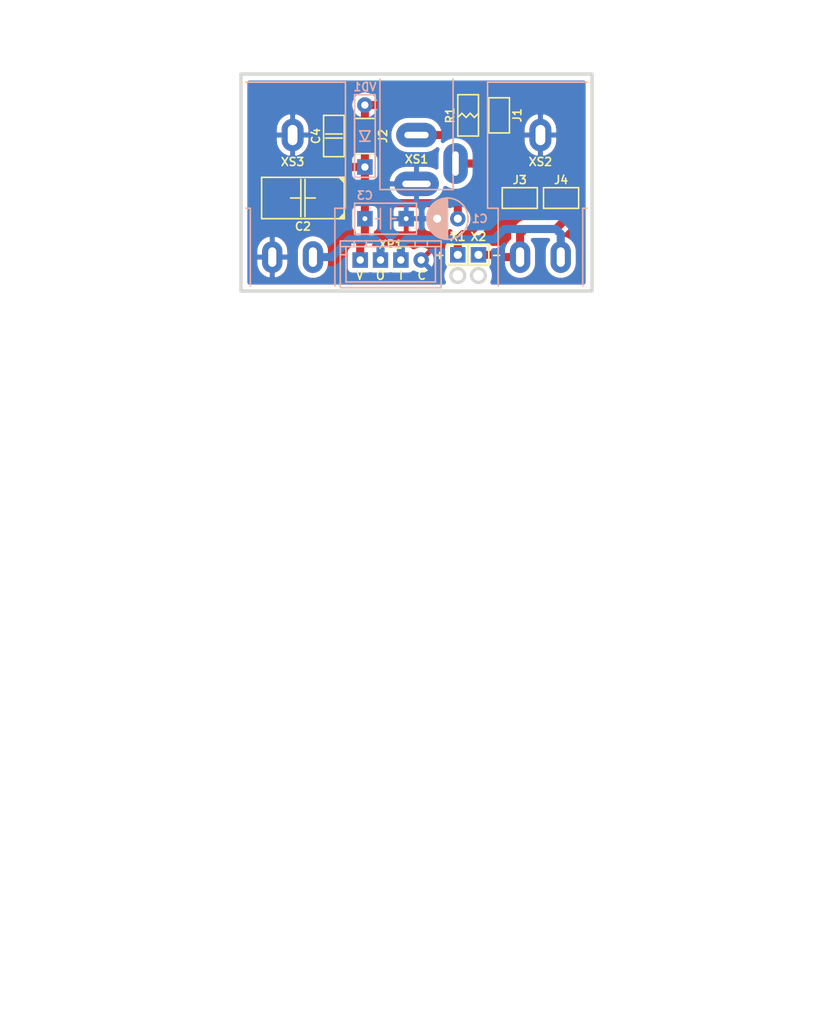
<source format=kicad_pcb>
(kicad_pcb (version 20171130) (host pcbnew 5.1.12-84ad8e8a86~92~ubuntu20.04.1)

  (general
    (thickness 1.6)
    (drawings 19)
    (tracks 57)
    (zones 0)
    (modules 17)
    (nets 9)
  )

  (page A4 portrait)
  (title_block
    (title ТКП-1.27.B-2)
    (date 2023-11-13)
    (rev 1B)
    (company "1590N1 Connector Board [REV1B] B")
    (comment 1 http://github.com/Adept666)
    (comment 2 "Igor Ivanov (Игорь Иванов)")
    (comment 3 -ТТКРЧПДЛ-)
    (comment 4 "This project is licensed under GNU General Public License v3.0 or later")
  )

  (layers
    (0 F.Cu jumper)
    (31 B.Cu signal)
    (36 B.SilkS user)
    (37 F.SilkS user)
    (38 B.Mask user)
    (39 F.Mask user)
    (40 Dwgs.User user)
    (44 Edge.Cuts user)
    (45 Margin user)
    (46 B.CrtYd user)
    (47 F.CrtYd user)
    (48 B.Fab user)
    (49 F.Fab user)
  )

  (setup
    (last_trace_width 1)
    (user_trace_width 0.6)
    (trace_clearance 0)
    (zone_clearance 0.6)
    (zone_45_only no)
    (trace_min 0.2)
    (via_size 1.5)
    (via_drill 0.5)
    (via_min_size 0.4)
    (via_min_drill 0.3)
    (uvia_size 0.3)
    (uvia_drill 0.1)
    (uvias_allowed no)
    (uvia_min_size 0)
    (uvia_min_drill 0)
    (edge_width 0.4)
    (segment_width 0.2)
    (pcb_text_width 0.3)
    (pcb_text_size 1.5 1.5)
    (mod_edge_width 0.15)
    (mod_text_size 1 1)
    (mod_text_width 0.15)
    (pad_size 1.9 1.9)
    (pad_drill 1)
    (pad_to_mask_clearance 0.1)
    (solder_mask_min_width 0.2)
    (aux_axis_origin 0 0)
    (visible_elements 7FFFFFFF)
    (pcbplotparams
      (layerselection 0x20000_7ffffffe)
      (usegerberextensions false)
      (usegerberattributes false)
      (usegerberadvancedattributes false)
      (creategerberjobfile false)
      (excludeedgelayer false)
      (linewidth 0.100000)
      (plotframeref true)
      (viasonmask false)
      (mode 1)
      (useauxorigin false)
      (hpglpennumber 1)
      (hpglpenspeed 20)
      (hpglpendiameter 15.000000)
      (psnegative false)
      (psa4output false)
      (plotreference false)
      (plotvalue true)
      (plotinvisibletext false)
      (padsonsilk true)
      (subtractmaskfromsilk false)
      (outputformat 4)
      (mirror false)
      (drillshape 0)
      (scaleselection 1)
      (outputdirectory ""))
  )

  (net 0 "")
  (net 1 COM)
  (net 2 /PP3-POS)
  (net 3 /PP3-NEG)
  (net 4 V)
  (net 5 /IN-CON)
  (net 6 /OUT-CON)
  (net 7 "Net-(J1-Pad2)")
  (net 8 "Net-(J1-Pad1)")

  (net_class Default "This is the default net class."
    (clearance 0)
    (trace_width 1)
    (via_dia 1.5)
    (via_drill 0.5)
    (uvia_dia 0.3)
    (uvia_drill 0.1)
    (add_net /IN-CON)
    (add_net /OUT-CON)
    (add_net /PP3-NEG)
    (add_net /PP3-POS)
    (add_net COM)
    (add_net "Net-(J1-Pad1)")
    (add_net "Net-(J1-Pad2)")
    (add_net V)
  )

  (module KCL-SM:J-SB-1206-2 (layer F.Cu) (tedit 62E4E210) (tstamp 61A2ACB8)
    (at 99.06 142.875 270)
    (path /61A33AAA)
    (fp_text reference J2 (at 0 -2.2225 90) (layer F.SilkS)
      (effects (font (size 1 1) (thickness 0.2)))
    )
    (fp_text value J2 (at 0 0.9525 90) (layer F.Fab)
      (effects (font (size 1 1) (thickness 0.2)))
    )
    (fp_line (start -2.159 -1.27) (end 2.159 -1.27) (layer F.CrtYd) (width 0.1))
    (fp_line (start 2.159 -1.27) (end 2.159 1.27) (layer F.CrtYd) (width 0.1))
    (fp_line (start -2.159 1.27) (end 2.159 1.27) (layer F.CrtYd) (width 0.1))
    (fp_line (start -2.159 -1.27) (end -2.159 1.27) (layer F.CrtYd) (width 0.1))
    (fp_line (start -2.159 1.27) (end 2.159 1.27) (layer F.SilkS) (width 0.2))
    (fp_line (start -2.159 -1.27) (end 2.159 -1.27) (layer F.SilkS) (width 0.2))
    (fp_line (start 2.159 -1.27) (end 2.159 1.27) (layer F.SilkS) (width 0.2))
    (fp_line (start -2.159 -1.27) (end -2.159 1.27) (layer F.SilkS) (width 0.2))
    (fp_line (start -1.05 0) (end 1.05 0) (layer F.Fab) (width 0.2))
    (pad 1 smd rect (at -0.95 0 270) (size 1.6 1.8) (layers F.Cu F.Mask)
      (net 7 "Net-(J1-Pad2)"))
    (pad 2 smd rect (at 0.95 0 270) (size 1.6 1.8) (layers F.Cu F.Mask)
      (net 4 V))
  )

  (module KCL-SM:J-SB-1206-2 (layer F.Cu) (tedit 62E4E210) (tstamp 61B6AFDF)
    (at 115.57 140.335 90)
    (path /61A32629)
    (fp_text reference J1 (at 0 2.2225 90) (layer F.SilkS)
      (effects (font (size 1 1) (thickness 0.2)))
    )
    (fp_text value J1 (at 0 -0.9525 90) (layer F.Fab)
      (effects (font (size 1 1) (thickness 0.2)))
    )
    (fp_line (start -2.159 -1.27) (end 2.159 -1.27) (layer F.CrtYd) (width 0.1))
    (fp_line (start 2.159 -1.27) (end 2.159 1.27) (layer F.CrtYd) (width 0.1))
    (fp_line (start -2.159 1.27) (end 2.159 1.27) (layer F.CrtYd) (width 0.1))
    (fp_line (start -2.159 -1.27) (end -2.159 1.27) (layer F.CrtYd) (width 0.1))
    (fp_line (start -2.159 1.27) (end 2.159 1.27) (layer F.SilkS) (width 0.2))
    (fp_line (start -2.159 -1.27) (end 2.159 -1.27) (layer F.SilkS) (width 0.2))
    (fp_line (start 2.159 -1.27) (end 2.159 1.27) (layer F.SilkS) (width 0.2))
    (fp_line (start -2.159 -1.27) (end -2.159 1.27) (layer F.SilkS) (width 0.2))
    (fp_line (start -1.05 0) (end 1.05 0) (layer F.Fab) (width 0.2))
    (pad 1 smd rect (at -0.95 0 90) (size 1.6 1.8) (layers F.Cu F.Mask)
      (net 8 "Net-(J1-Pad1)"))
    (pad 2 smd rect (at 0.95 0 90) (size 1.6 1.8) (layers F.Cu F.Mask)
      (net 7 "Net-(J1-Pad2)"))
  )

  (module KCL-SM:J-SB-1206-2 (layer F.Cu) (tedit 62E4E210) (tstamp 61A41975)
    (at 118.11 150.495)
    (path /61BB2CE9)
    (fp_text reference J3 (at 0 -2.2225) (layer F.SilkS)
      (effects (font (size 1 1) (thickness 0.2)))
    )
    (fp_text value J3 (at 0 -0.9525) (layer F.Fab)
      (effects (font (size 1 1) (thickness 0.2)))
    )
    (fp_line (start -2.159 -1.27) (end 2.159 -1.27) (layer F.CrtYd) (width 0.1))
    (fp_line (start 2.159 -1.27) (end 2.159 1.27) (layer F.CrtYd) (width 0.1))
    (fp_line (start -2.159 1.27) (end 2.159 1.27) (layer F.CrtYd) (width 0.1))
    (fp_line (start -2.159 -1.27) (end -2.159 1.27) (layer F.CrtYd) (width 0.1))
    (fp_line (start -2.159 1.27) (end 2.159 1.27) (layer F.SilkS) (width 0.2))
    (fp_line (start -2.159 -1.27) (end 2.159 -1.27) (layer F.SilkS) (width 0.2))
    (fp_line (start 2.159 -1.27) (end 2.159 1.27) (layer F.SilkS) (width 0.2))
    (fp_line (start -2.159 -1.27) (end -2.159 1.27) (layer F.SilkS) (width 0.2))
    (fp_line (start -1.05 0) (end 1.05 0) (layer F.Fab) (width 0.2))
    (pad 1 smd rect (at -0.95 0) (size 1.6 1.8) (layers F.Cu F.Mask)
      (net 2 /PP3-POS))
    (pad 2 smd rect (at 0.95 0) (size 1.6 1.8) (layers F.Cu F.Mask)
      (net 1 COM))
  )

  (module KCL-SM:J-SB-1206-2 (layer F.Cu) (tedit 62E4E210) (tstamp 61A4198C)
    (at 123.19 150.495 180)
    (path /61BCF730)
    (fp_text reference J4 (at 0 2.2225) (layer F.SilkS)
      (effects (font (size 1 1) (thickness 0.2)))
    )
    (fp_text value J4 (at 0 0.9525) (layer F.Fab)
      (effects (font (size 1 1) (thickness 0.2)))
    )
    (fp_line (start -2.159 -1.27) (end 2.159 -1.27) (layer F.CrtYd) (width 0.1))
    (fp_line (start 2.159 -1.27) (end 2.159 1.27) (layer F.CrtYd) (width 0.1))
    (fp_line (start -2.159 1.27) (end 2.159 1.27) (layer F.CrtYd) (width 0.1))
    (fp_line (start -2.159 -1.27) (end -2.159 1.27) (layer F.CrtYd) (width 0.1))
    (fp_line (start -2.159 1.27) (end 2.159 1.27) (layer F.SilkS) (width 0.2))
    (fp_line (start -2.159 -1.27) (end 2.159 -1.27) (layer F.SilkS) (width 0.2))
    (fp_line (start 2.159 -1.27) (end 2.159 1.27) (layer F.SilkS) (width 0.2))
    (fp_line (start -2.159 -1.27) (end -2.159 1.27) (layer F.SilkS) (width 0.2))
    (fp_line (start -1.05 0) (end 1.05 0) (layer F.Fab) (width 0.2))
    (pad 1 smd rect (at -0.95 0 180) (size 1.6 1.8) (layers F.Cu F.Mask)
      (net 3 /PP3-NEG))
    (pad 2 smd rect (at 0.95 0 180) (size 1.6 1.8) (layers F.Cu F.Mask)
      (net 1 COM))
  )

  (module KCL-TH-ML:CON-PAD-S-1.0-1.9 (layer F.Cu) (tedit 62E4F3FE) (tstamp 60E19926)
    (at 113.03 157.48)
    (path /60AB555E)
    (fp_text reference X2 (at 0 -2.2225) (layer F.SilkS)
      (effects (font (size 1 1) (thickness 0.2)))
    )
    (fp_text value X (at 0 2.54) (layer F.Fab)
      (effects (font (size 1 1) (thickness 0.2)))
    )
    (fp_circle (center 0 0) (end 0.5 0) (layer F.CrtYd) (width 0.1))
    (fp_circle (center 0 0) (end 0.5 0) (layer F.Fab) (width 0.2))
    (fp_line (start -1.27 -1.27) (end 1.27 -1.27) (layer F.SilkS) (width 0.2))
    (fp_line (start -1.27 1.27) (end 1.27 1.27) (layer F.SilkS) (width 0.2))
    (fp_line (start -1.27 -1.27) (end -1.27 1.27) (layer F.SilkS) (width 0.2))
    (fp_line (start 1.27 -1.27) (end 1.27 1.27) (layer F.SilkS) (width 0.2))
    (pad 1 thru_hole rect (at 0 0) (size 1.9 1.9) (drill 1) (layers *.Cu *.Mask)
      (net 3 /PP3-NEG))
  )

  (module KCL-TH-ML:CP-RADIAL-D05.0-P02.0-CLS (layer B.Cu) (tedit 616F0A79) (tstamp 61B6BBC0)
    (at 109.22 153.035 180)
    (path /60AB555F)
    (fp_text reference C1 (at -2.8575 0 180) (layer B.SilkS)
      (effects (font (size 1 1) (thickness 0.2)) (justify right mirror))
    )
    (fp_text value 476 (at 0 0 180) (layer B.Fab)
      (effects (font (size 1 1) (thickness 0.2)) (justify mirror))
    )
    (fp_circle (center 0 0) (end 2.54 0) (layer B.SilkS) (width 0.2))
    (fp_poly (pts (xy 0 2.54) (xy 0.762 2.413) (xy 1.905 1.651) (xy 2.54 0)
      (xy 1.905 -1.651) (xy 0.762 -2.413) (xy 0 -2.54)) (layer B.SilkS) (width 0.2))
    (fp_circle (center 0 0) (end 2.5 0) (layer B.Fab) (width 0.2))
    (fp_circle (center 0 0) (end 2.54 0) (layer B.CrtYd) (width 0.1))
    (pad - thru_hole roundrect (at 1.27 0 180) (size 1.9 1.9) (drill 1) (layers *.Cu *.Mask) (roundrect_rratio 0.3)
      (net 1 COM))
    (pad + thru_hole circle (at -1.27 0 180) (size 1.9 1.9) (drill 1) (layers *.Cu *.Mask)
      (net 4 V))
  )

  (module KCL-TH-ML:CON-PAD-S-1.0-1.9 (layer F.Cu) (tedit 62E4F3F9) (tstamp 6082ECA5)
    (at 110.49 157.48)
    (path /619BF442)
    (fp_text reference X1 (at 0 -2.2225) (layer F.SilkS)
      (effects (font (size 1 1) (thickness 0.2)))
    )
    (fp_text value X (at 0 2.54) (layer F.Fab)
      (effects (font (size 1 1) (thickness 0.2)))
    )
    (fp_circle (center 0 0) (end 0.5 0) (layer F.CrtYd) (width 0.1))
    (fp_circle (center 0 0) (end 0.5 0) (layer F.Fab) (width 0.2))
    (fp_line (start -1.27 -1.27) (end 1.27 -1.27) (layer F.SilkS) (width 0.2))
    (fp_line (start -1.27 1.27) (end 1.27 1.27) (layer F.SilkS) (width 0.2))
    (fp_line (start -1.27 -1.27) (end -1.27 1.27) (layer F.SilkS) (width 0.2))
    (fp_line (start 1.27 -1.27) (end 1.27 1.27) (layer F.SilkS) (width 0.2))
    (pad 1 thru_hole rect (at 0 0) (size 1.9 1.9) (drill 1) (layers *.Cu *.Mask)
      (net 2 /PP3-POS))
  )

  (module KCL-TH-ML:C-DISK-D04.2-T03.0-P05.08-d0.5 (layer B.Cu) (tedit 616F04F4) (tstamp 61CEC475)
    (at 101.6 153.035)
    (path /619BF43D)
    (fp_text reference C3 (at -2.54 -2.8575) (layer B.SilkS)
      (effects (font (size 1 1) (thickness 0.2)) (justify mirror))
    )
    (fp_text value 104 (at 0 0) (layer B.Fab)
      (effects (font (size 1 1) (thickness 0.2)) (justify mirror))
    )
    (fp_line (start 3.81 1.905) (end 3.81 -1.905) (layer B.CrtYd) (width 0.1))
    (fp_line (start -3.81 1.905) (end -3.81 -1.905) (layer B.CrtYd) (width 0.1))
    (fp_line (start -3.81 -1.905) (end 3.81 -1.905) (layer B.CrtYd) (width 0.1))
    (fp_line (start -3.81 1.905) (end 3.81 1.905) (layer B.CrtYd) (width 0.1))
    (fp_line (start 0.635 1.27) (end 0.635 -1.27) (layer B.SilkS) (width 0.2))
    (fp_line (start -0.635 1.27) (end -0.635 -1.27) (layer B.SilkS) (width 0.2))
    (fp_line (start 0.635 0) (end 1.27 0) (layer B.SilkS) (width 0.2))
    (fp_line (start -1.27 0) (end -0.635 0) (layer B.SilkS) (width 0.2))
    (fp_line (start 3.81 1.905) (end 3.81 -1.905) (layer B.SilkS) (width 0.2))
    (fp_line (start -3.81 1.905) (end -3.81 -1.905) (layer B.SilkS) (width 0.2))
    (fp_line (start -3.81 -1.905) (end 3.81 -1.905) (layer B.SilkS) (width 0.2))
    (fp_line (start -3.81 1.905) (end 3.81 1.905) (layer B.SilkS) (width 0.2))
    (fp_line (start -0.6 -1.5) (end 0.6 -1.5) (layer B.Fab) (width 0.2))
    (fp_line (start -0.6 1.5) (end 0.6 1.5) (layer B.Fab) (width 0.2))
    (fp_arc (start 0.6 0) (end 0.6 -1.5) (angle 180) (layer B.Fab) (width 0.2))
    (fp_arc (start -0.6 0) (end -0.6 1.5) (angle 180) (layer B.Fab) (width 0.2))
    (pad 1 thru_hole rect (at -2.54 0) (size 1.9 1.9) (drill 0.6) (layers *.Cu *.Mask)
      (net 4 V))
    (pad 2 thru_hole rect (at 2.54 0) (size 1.9 1.9) (drill 0.6) (layers *.Cu *.Mask)
      (net 1 COM))
  )

  (module KCL-TH-ML:CON-XH-B4B-A (layer B.Cu) (tedit 61A18FD4) (tstamp 61CF3AB2)
    (at 102.235 158.115 180)
    (path /61A88544)
    (fp_text reference XP1 (at 0 1.905) (layer F.SilkS)
      (effects (font (size 1 1) (thickness 0.2)))
    )
    (fp_text value B4B-XH-A (at 0 -0.635) (layer B.Fab)
      (effects (font (size 1 1) (thickness 0.2)) (justify mirror))
    )
    (fp_line (start 5.5 0.65) (end 6.2 0.65) (layer B.Fab) (width 0.2))
    (fp_line (start -4.5 2.35) (end -4.5 1.65) (layer B.Fab) (width 0.2))
    (fp_line (start -6.2 -3.4) (end 6.2 -3.4) (layer B.Fab) (width 0.2))
    (fp_line (start -6.2 2.35) (end 6.2 2.35) (layer B.CrtYd) (width 0.1))
    (fp_line (start -6.2 2.35) (end -6.2 -3.4) (layer B.CrtYd) (width 0.1))
    (fp_line (start -5.5 -2.7) (end 5.5 -2.7) (layer B.Fab) (width 0.2))
    (fp_line (start 3 2.35) (end 3 1.65) (layer B.Fab) (width 0.2))
    (fp_line (start -6.2 0.65) (end -5.5 0.65) (layer B.Fab) (width 0.2))
    (fp_line (start -6.2 1.65) (end 6.2 1.65) (layer B.Fab) (width 0.2))
    (fp_line (start -6.2 -3.4) (end 6.2 -3.4) (layer B.CrtYd) (width 0.1))
    (fp_line (start -5.5 1.65) (end -5.5 -2.7) (layer B.Fab) (width 0.2))
    (fp_line (start 6.2 2.35) (end 6.2 -3.4) (layer B.CrtYd) (width 0.1))
    (fp_line (start -6.2 2.35) (end 6.2 2.35) (layer B.Fab) (width 0.2))
    (fp_line (start 6.2 2.35) (end 6.2 -3.4) (layer B.Fab) (width 0.2))
    (fp_line (start 5.5 1.65) (end 5.5 -2.7) (layer B.Fab) (width 0.2))
    (fp_line (start -6.2 2.35) (end -6.2 -3.4) (layer B.Fab) (width 0.2))
    (fp_line (start -3 2.35) (end -3 1.65) (layer B.Fab) (width 0.2))
    (fp_line (start 4.5 2.35) (end 4.5 1.65) (layer B.Fab) (width 0.2))
    (fp_line (start -6.2 2.35) (end 6.2 2.35) (layer B.SilkS) (width 0.2))
    (fp_line (start -6.2 -3.4) (end 6.2 -3.4) (layer B.SilkS) (width 0.2))
    (fp_line (start 3 2.35) (end 3 1.65) (layer B.SilkS) (width 0.2))
    (fp_line (start -6.2 0.65) (end -5.5 0.65) (layer B.SilkS) (width 0.2))
    (fp_line (start -3 2.35) (end -3 1.65) (layer B.SilkS) (width 0.2))
    (fp_line (start -5.5 -2.7) (end 5.5 -2.7) (layer B.SilkS) (width 0.2))
    (fp_line (start 5.5 1.65) (end 5.5 -2.7) (layer B.SilkS) (width 0.2))
    (fp_line (start 5.5 0.65) (end 6.2 0.65) (layer B.SilkS) (width 0.2))
    (fp_line (start -6.2 2.35) (end -6.2 -3.4) (layer B.SilkS) (width 0.2))
    (fp_line (start -5.5 1.65) (end -5.5 -2.7) (layer B.SilkS) (width 0.2))
    (fp_line (start 6.2 2.35) (end 6.2 -3.4) (layer B.SilkS) (width 0.2))
    (fp_line (start -6.2 1.65) (end 6.2 1.65) (layer B.SilkS) (width 0.2))
    (fp_line (start 4.5 2.35) (end 4.5 1.65) (layer B.SilkS) (width 0.2))
    (fp_line (start -4.5 2.35) (end -4.5 1.65) (layer B.SilkS) (width 0.2))
    (pad 1 thru_hole circle (at -3.75 0 180) (size 1.9 1.9) (drill 0.9) (layers *.Cu *.Mask)
      (net 1 COM))
    (pad 2 thru_hole rect (at -1.25 0 180) (size 1.9 1.9) (drill 0.9) (layers *.Cu *.Mask)
      (net 5 /IN-CON))
    (pad 3 thru_hole rect (at 1.25 0 180) (size 1.9 1.9) (drill 0.9) (layers *.Cu *.Mask)
      (net 6 /OUT-CON))
    (pad 4 thru_hole rect (at 3.75 0 180) (size 1.9 1.9) (drill 0.9) (layers *.Cu *.Mask)
      (net 4 V))
  )

  (module KCL-TH-ML:P-DO-41 (layer B.Cu) (tedit 6110D669) (tstamp 61CEBBA7)
    (at 99.06 142.875 270)
    (path /61DC203D)
    (fp_text reference VD1 (at -6.0325 0) (layer B.SilkS)
      (effects (font (size 1 1) (thickness 0.2)) (justify mirror))
    )
    (fp_text value 5817 (at 0 0 270) (layer B.Fab)
      (effects (font (size 1 1) (thickness 0.2)) (justify mirror))
    )
    (fp_line (start -2.3175 1.1875) (end 2.3175 1.1875) (layer B.Fab) (width 0.2))
    (fp_line (start -2.3175 -1.1875) (end 2.3175 -1.1875) (layer B.Fab) (width 0.2))
    (fp_line (start -2.3175 1.1875) (end -2.3175 -1.1875) (layer B.Fab) (width 0.2))
    (fp_line (start 2.3175 1.1875) (end 2.3175 -1.1875) (layer B.Fab) (width 0.2))
    (fp_line (start -5.08 1.27) (end 5.08 1.27) (layer B.SilkS) (width 0.2))
    (fp_line (start -5.08 -1.27) (end 5.08 -1.27) (layer B.SilkS) (width 0.2))
    (fp_line (start -5.08 1.27) (end -5.08 -1.27) (layer B.SilkS) (width 0.2))
    (fp_line (start 5.08 1.27) (end 5.08 -1.27) (layer B.SilkS) (width 0.2))
    (fp_line (start -5.08 1.27) (end 5.08 1.27) (layer B.CrtYd) (width 0.1))
    (fp_line (start 5.08 1.27) (end 5.08 -1.27) (layer B.CrtYd) (width 0.1))
    (fp_line (start 5.08 -1.27) (end -5.08 -1.27) (layer B.CrtYd) (width 0.1))
    (fp_line (start -5.08 -1.27) (end -5.08 1.27) (layer B.CrtYd) (width 0.1))
    (fp_line (start -0.635 0.635) (end -0.635 -0.635) (layer B.SilkS) (width 0.2))
    (fp_line (start -0.635 0.635) (end 0.635 0) (layer B.SilkS) (width 0.2))
    (fp_line (start -0.635 -0.635) (end 0.635 0) (layer B.SilkS) (width 0.2))
    (fp_line (start 0.635 0.635) (end 0.635 -0.635) (layer B.SilkS) (width 0.2))
    (fp_line (start 1.8175 1.1875) (end 1.8175 -1.1875) (layer B.Fab) (width 0.2))
    (pad C thru_hole rect (at 3.81 0 270) (size 1.9 1.9) (drill 0.9) (layers *.Cu *.Mask)
      (net 4 V))
    (pad A thru_hole circle (at -3.81 0 270) (size 1.9 1.9) (drill 0.9) (layers *.Cu *.Mask)
      (net 7 "Net-(J1-Pad2)"))
  )

  (module SBKCL-TH-ML:CON-DC-005-9V-OVAL (layer B.Cu) (tedit 61CEB1E7) (tstamp 60995C69)
    (at 105.41 135.255)
    (path /619BF43C)
    (fp_text reference XS1 (at 0 10.4775) (layer F.SilkS)
      (effects (font (size 1 1) (thickness 0.2)))
    )
    (fp_text value DC-005 (at 0 6.985) (layer B.Fab)
      (effects (font (size 1 1) (thickness 0.2)) (justify mirror))
    )
    (fp_line (start -4.5 14.2) (end 4.5 14.2) (layer B.Fab) (width 0.2))
    (fp_line (start 4.5 14.2) (end 4.5 0) (layer B.Fab) (width 0.2))
    (fp_line (start -4.5 0) (end 4.5 0) (layer B.Fab) (width 0.2))
    (fp_line (start -4.5 14.2) (end -4.5 0) (layer B.Fab) (width 0.2))
    (fp_line (start -4.5 14.2) (end 5.2 14.2) (layer B.CrtYd) (width 0.1))
    (fp_line (start -4.5 0) (end 5.2 0) (layer B.CrtYd) (width 0.1))
    (fp_line (start -4.5 14.2) (end -4.5 0) (layer B.CrtYd) (width 0.1))
    (fp_line (start 5.2 14.2) (end 5.2 0) (layer B.CrtYd) (width 0.1))
    (fp_line (start -4.5 3.3) (end 4.5 3.3) (layer B.Fab) (width 0.2))
    (fp_line (start -4.5 14.2) (end 4.5 14.2) (layer B.SilkS) (width 0.2))
    (fp_line (start -4.5 14.2) (end -4.5 0.635) (layer B.SilkS) (width 0.2))
    (fp_line (start 4.5 14.2) (end 4.5 0.635) (layer B.SilkS) (width 0.2))
    (pad S thru_hole oval (at 0 7.5) (size 5 3) (drill oval 3 0.8) (layers *.Cu *.Mask)
      (net 8 "Net-(J1-Pad1)"))
    (pad SN thru_hole oval (at 4.8 11) (size 3 5) (drill oval 0.8 3) (layers *.Cu *.Mask)
      (net 2 /PP3-POS))
    (pad C thru_hole oval (at 0 13.5) (size 5.5 3) (drill oval 3.5 0.8) (layers *.Cu *.Mask)
      (net 1 COM))
  )

  (module SBKCL-TH-ML:CON-PJ-651A-01-OUT-OVAL (layer B.Cu) (tedit 62D1B343) (tstamp 61CEBB0F)
    (at 90.17 135.255)
    (path /609B0F02)
    (fp_text reference XS3 (at 0 10.795) (layer F.SilkS)
      (effects (font (size 1 1) (thickness 0.2)))
    )
    (fp_text value PJ-651A-01 (at 0 13.335) (layer B.Fab)
      (effects (font (size 1 1) (thickness 0.2)) (justify mirror))
    )
    (fp_line (start 3.464102 -0.5) (end 3.464102 -2.5) (layer B.Fab) (width 0.2))
    (fp_line (start -6.5 16.5) (end -6.5 1) (layer B.Fab) (width 0.2))
    (fp_line (start -6.5 16.5) (end -5.2 16.5) (layer B.Fab) (width 0.2))
    (fp_line (start 7.5 0) (end 7.5 -0.5) (layer B.Fab) (width 0.2))
    (fp_line (start -7.5 0) (end -7.5 -0.5) (layer B.Fab) (width 0.2))
    (fp_line (start -5.5 1) (end -5.5 0) (layer B.Fab) (width 0.2))
    (fp_line (start -7.5 0) (end 7.5 0) (layer B.Fab) (width 0.2))
    (fp_line (start 5.2 26.5) (end 5.2 16.5) (layer B.Fab) (width 0.2))
    (fp_line (start 5.5 1) (end 5.5 0) (layer B.Fab) (width 0.2))
    (fp_line (start 4.5 -2.5) (end 4.5 -9) (layer B.Fab) (width 0.2))
    (fp_line (start -6.928203 -2.5) (end 6.928203 -2.5) (layer B.Fab) (width 0.2))
    (fp_line (start 5.2 16.5) (end 6.5 16.5) (layer B.Fab) (width 0.2))
    (fp_line (start -4.5 -9) (end 4.5 -9) (layer B.Fab) (width 0.2))
    (fp_line (start -6.5 1) (end 6.5 1) (layer B.Fab) (width 0.2))
    (fp_line (start 6.5 16.5) (end 6.5 1) (layer B.Fab) (width 0.2))
    (fp_line (start -3.464102 -0.5) (end -3.464102 -2.5) (layer B.Fab) (width 0.2))
    (fp_line (start -4.5 -2.5) (end -4.5 -9) (layer B.Fab) (width 0.2))
    (fp_line (start 6.928203 -0.5) (end 6.928203 -2.5) (layer B.Fab) (width 0.2))
    (fp_line (start -7.5 -0.5) (end 7.5 -0.5) (layer B.Fab) (width 0.2))
    (fp_line (start -5.2 26.5) (end -5.2 16.5) (layer B.Fab) (width 0.2))
    (fp_line (start -5.2 26.5) (end 5.2 26.5) (layer B.Fab) (width 0.2))
    (fp_line (start -6.928203 -0.5) (end -6.928203 -2.5) (layer B.Fab) (width 0.2))
    (fp_line (start 5.2 26.035) (end 5.2 16.5) (layer B.SilkS) (width 0.2))
    (fp_line (start -5.2 26.035) (end -5.2 16.5) (layer B.SilkS) (width 0.2))
    (fp_line (start -5.715 1) (end 6.5 1) (layer B.SilkS) (width 0.2))
    (fp_line (start -5.715 16.5) (end -5.2 16.5) (layer B.SilkS) (width 0.2))
    (fp_line (start 5.2 16.5) (end 6.5 16.5) (layer B.SilkS) (width 0.2))
    (fp_line (start 6.5 16.5) (end 6.5 1) (layer B.SilkS) (width 0.2))
    (fp_line (start 5.5 1) (end 5.5 0) (layer B.CrtYd) (width 0.1))
    (fp_line (start 5.5 0) (end 7.5 0) (layer B.CrtYd) (width 0.1))
    (fp_line (start -7.5 0) (end -5.5 0) (layer B.CrtYd) (width 0.1))
    (fp_line (start -6.5 16.5) (end -5.2 16.5) (layer B.CrtYd) (width 0.1))
    (fp_line (start -5.2 26.5) (end 5.2 26.5) (layer B.CrtYd) (width 0.1))
    (fp_line (start -5.5 1) (end -5.5 0) (layer B.CrtYd) (width 0.1))
    (fp_line (start 7.5 0) (end 7.5 -9) (layer B.CrtYd) (width 0.1))
    (fp_line (start -6.5 16.5) (end -6.5 1) (layer B.CrtYd) (width 0.1))
    (fp_line (start -6.5 1) (end -5.5 1) (layer B.CrtYd) (width 0.1))
    (fp_line (start 5.2 26.5) (end 5.2 16.5) (layer B.CrtYd) (width 0.1))
    (fp_line (start -5.2 26.5) (end -5.2 16.5) (layer B.CrtYd) (width 0.1))
    (fp_line (start -7.5 -9) (end 7.5 -9) (layer B.CrtYd) (width 0.1))
    (fp_line (start 6.5 16.5) (end 6.5 1) (layer B.CrtYd) (width 0.1))
    (fp_line (start 5.5 1) (end 6.5 1) (layer B.CrtYd) (width 0.1))
    (fp_line (start -7.5 0) (end -7.5 -9) (layer B.CrtYd) (width 0.1))
    (fp_line (start 5.2 16.5) (end 6.5 16.5) (layer B.CrtYd) (width 0.1))
    (pad S thru_hole oval (at 0 7.5) (size 2.7 4) (drill oval 1.2 2.5) (layers *.Cu *.Mask)
      (net 1 COM))
    (pad T thru_hole oval (at 2.5 22.5) (size 2.5 3.9) (drill oval 1 2.4) (layers *.Cu *.Mask)
      (net 6 /OUT-CON))
    (pad R thru_hole oval (at -2.5 22.5) (size 2.5 3.9) (drill oval 1 2.4) (layers *.Cu *.Mask)
      (net 1 COM))
  )

  (module SBKCL-TH-ML:CON-PJ-651A-01-IN-OVAL (layer B.Cu) (tedit 62D1B31A) (tstamp 616C9C63)
    (at 120.65 135.255)
    (path /617128AA)
    (fp_text reference XS2 (at 0 10.795) (layer F.SilkS)
      (effects (font (size 1 1) (thickness 0.2)))
    )
    (fp_text value PJ-651A-01 (at 0 13.335) (layer B.Fab)
      (effects (font (size 1 1) (thickness 0.2)) (justify mirror))
    )
    (fp_line (start 3.464102 -0.5) (end 3.464102 -2.5) (layer B.Fab) (width 0.2))
    (fp_line (start -6.5 16.5) (end -6.5 1) (layer B.Fab) (width 0.2))
    (fp_line (start -6.5 16.5) (end -5.2 16.5) (layer B.Fab) (width 0.2))
    (fp_line (start 7.5 0) (end 7.5 -0.5) (layer B.Fab) (width 0.2))
    (fp_line (start -7.5 0) (end -7.5 -0.5) (layer B.Fab) (width 0.2))
    (fp_line (start -5.5 1) (end -5.5 0) (layer B.Fab) (width 0.2))
    (fp_line (start -7.5 0) (end 7.5 0) (layer B.Fab) (width 0.2))
    (fp_line (start 5.2 26.5) (end 5.2 16.5) (layer B.Fab) (width 0.2))
    (fp_line (start 5.5 1) (end 5.5 0) (layer B.Fab) (width 0.2))
    (fp_line (start 4.5 -2.5) (end 4.5 -9) (layer B.Fab) (width 0.2))
    (fp_line (start -6.928203 -2.5) (end 6.928203 -2.5) (layer B.Fab) (width 0.2))
    (fp_line (start 5.2 16.5) (end 6.5 16.5) (layer B.Fab) (width 0.2))
    (fp_line (start -4.5 -9) (end 4.5 -9) (layer B.Fab) (width 0.2))
    (fp_line (start -6.5 1) (end 6.5 1) (layer B.Fab) (width 0.2))
    (fp_line (start 6.5 16.5) (end 6.5 1) (layer B.Fab) (width 0.2))
    (fp_line (start -3.464102 -0.5) (end -3.464102 -2.5) (layer B.Fab) (width 0.2))
    (fp_line (start -4.5 -2.5) (end -4.5 -9) (layer B.Fab) (width 0.2))
    (fp_line (start 6.928203 -0.5) (end 6.928203 -2.5) (layer B.Fab) (width 0.2))
    (fp_line (start -7.5 -0.5) (end 7.5 -0.5) (layer B.Fab) (width 0.2))
    (fp_line (start -5.2 26.5) (end -5.2 16.5) (layer B.Fab) (width 0.2))
    (fp_line (start -5.2 26.5) (end 5.2 26.5) (layer B.Fab) (width 0.2))
    (fp_line (start -6.928203 -0.5) (end -6.928203 -2.5) (layer B.Fab) (width 0.2))
    (fp_line (start 5.2 26.035) (end 5.2 16.5) (layer B.SilkS) (width 0.2))
    (fp_line (start -5.2 26.035) (end -5.2 16.5) (layer B.SilkS) (width 0.2))
    (fp_line (start -6.5 1) (end 5.715 1) (layer B.SilkS) (width 0.2))
    (fp_line (start -6.5 16.5) (end -5.2 16.5) (layer B.SilkS) (width 0.2))
    (fp_line (start 5.2 16.5) (end 5.715 16.5) (layer B.SilkS) (width 0.2))
    (fp_line (start -6.5 16.5) (end -6.5 1) (layer B.SilkS) (width 0.2))
    (fp_line (start 5.5 1) (end 5.5 0) (layer B.CrtYd) (width 0.1))
    (fp_line (start 5.5 0) (end 7.5 0) (layer B.CrtYd) (width 0.1))
    (fp_line (start -7.5 0) (end -5.5 0) (layer B.CrtYd) (width 0.1))
    (fp_line (start -6.5 16.5) (end -5.2 16.5) (layer B.CrtYd) (width 0.1))
    (fp_line (start -5.2 26.5) (end 5.2 26.5) (layer B.CrtYd) (width 0.1))
    (fp_line (start -5.5 1) (end -5.5 0) (layer B.CrtYd) (width 0.1))
    (fp_line (start 7.5 0) (end 7.5 -9) (layer B.CrtYd) (width 0.1))
    (fp_line (start -6.5 16.5) (end -6.5 1) (layer B.CrtYd) (width 0.1))
    (fp_line (start -6.5 1) (end -5.5 1) (layer B.CrtYd) (width 0.1))
    (fp_line (start 5.2 26.5) (end 5.2 16.5) (layer B.CrtYd) (width 0.1))
    (fp_line (start -5.2 26.5) (end -5.2 16.5) (layer B.CrtYd) (width 0.1))
    (fp_line (start -7.5 -9) (end 7.5 -9) (layer B.CrtYd) (width 0.1))
    (fp_line (start 6.5 16.5) (end 6.5 1) (layer B.CrtYd) (width 0.1))
    (fp_line (start 5.5 1) (end 6.5 1) (layer B.CrtYd) (width 0.1))
    (fp_line (start -7.5 0) (end -7.5 -9) (layer B.CrtYd) (width 0.1))
    (fp_line (start 5.2 16.5) (end 6.5 16.5) (layer B.CrtYd) (width 0.1))
    (pad R thru_hole oval (at -2.5 22.5) (size 2.5 3.9) (drill oval 1 2.4) (layers *.Cu *.Mask)
      (net 3 /PP3-NEG))
    (pad T thru_hole oval (at 2.5 22.5) (size 2.5 3.9) (drill oval 1 2.4) (layers *.Cu *.Mask)
      (net 5 /IN-CON))
    (pad S thru_hole oval (at 0 7.5) (size 2.7 4) (drill oval 1.2 2.5) (layers *.Cu *.Mask)
      (net 1 COM))
  )

  (module KCL-SM:C-SM-1206 (layer F.Cu) (tedit 5FF35261) (tstamp 61B6D636)
    (at 95.25 142.875 90)
    (path /61BC19F4)
    (fp_text reference C4 (at 0 -2.2225 90) (layer F.SilkS)
      (effects (font (size 1 1) (thickness 0.2)))
    )
    (fp_text value 104 (at 0 0 90) (layer F.Fab)
      (effects (font (size 1 1) (thickness 0.2)))
    )
    (fp_line (start -1.6 -0.8) (end -1.6 0.8) (layer F.Fab) (width 0.2))
    (fp_line (start -1.6 0.8) (end 1.6 0.8) (layer F.Fab) (width 0.2))
    (fp_line (start 1.6 -0.8) (end 1.6 0.8) (layer F.Fab) (width 0.2))
    (fp_line (start -1.6 -0.8) (end 1.6 -0.8) (layer F.Fab) (width 0.2))
    (fp_line (start -2.54 -1.27) (end -2.54 1.27) (layer F.SilkS) (width 0.2))
    (fp_line (start 2.54 -1.27) (end 2.54 1.27) (layer F.SilkS) (width 0.2))
    (fp_line (start -0.254 -1.016) (end -0.254 1.016) (layer F.SilkS) (width 0.2))
    (fp_line (start 0.254 -1.016) (end 0.254 1.016) (layer F.SilkS) (width 0.2))
    (fp_line (start -2.54 -1.27) (end 2.54 -1.27) (layer F.SilkS) (width 0.2))
    (fp_line (start -2.54 1.27) (end 2.54 1.27) (layer F.SilkS) (width 0.2))
    (fp_line (start -2.54 1.27) (end -2.54 -1.27) (layer F.CrtYd) (width 0.1))
    (fp_line (start 2.54 1.27) (end -2.54 1.27) (layer F.CrtYd) (width 0.1))
    (fp_line (start 2.54 -1.27) (end 2.54 1.27) (layer F.CrtYd) (width 0.1))
    (fp_line (start -2.54 -1.27) (end 2.54 -1.27) (layer F.CrtYd) (width 0.1))
    (pad 2 smd rect (at 1.4 0 90) (size 1.6 1.8) (layers F.Cu F.Mask)
      (net 1 COM))
    (pad 1 smd rect (at -1.4 0 90) (size 1.6 1.8) (layers F.Cu F.Mask)
      (net 4 V))
  )

  (module KCL-SM:R-SM-1206 (layer F.Cu) (tedit 610FE4F7) (tstamp 61CEC771)
    (at 111.76 140.335 90)
    (path /61A3ECF5)
    (fp_text reference R1 (at 0 -2.2225 90) (layer F.SilkS)
      (effects (font (size 1 1) (thickness 0.2)))
    )
    (fp_text value X (at 0 0 90) (layer F.Fab)
      (effects (font (size 1 1) (thickness 0.2)))
    )
    (fp_line (start -2.54 -1.27) (end 2.54 -1.27) (layer F.CrtYd) (width 0.1))
    (fp_line (start 2.54 -1.27) (end 2.54 1.27) (layer F.CrtYd) (width 0.1))
    (fp_line (start -2.54 1.27) (end 2.54 1.27) (layer F.CrtYd) (width 0.1))
    (fp_line (start -2.54 -1.27) (end -2.54 1.27) (layer F.CrtYd) (width 0.1))
    (fp_line (start -0.254 -0.254) (end 0.254 -0.762) (layer F.SilkS) (width 0.2))
    (fp_line (start 0.254 -0.762) (end -0.254 -1.27) (layer F.SilkS) (width 0.2))
    (fp_line (start -0.254 -0.254) (end 0.254 0.254) (layer F.SilkS) (width 0.2))
    (fp_line (start 0.254 0.254) (end -0.254 0.762) (layer F.SilkS) (width 0.2))
    (fp_line (start -0.254 0.762) (end 0.254 1.27) (layer F.SilkS) (width 0.2))
    (fp_line (start -2.54 1.27) (end 2.54 1.27) (layer F.SilkS) (width 0.2))
    (fp_line (start -2.54 -1.27) (end 2.54 -1.27) (layer F.SilkS) (width 0.2))
    (fp_line (start 2.54 -1.27) (end 2.54 1.27) (layer F.SilkS) (width 0.2))
    (fp_line (start -2.54 -1.27) (end -2.54 1.27) (layer F.SilkS) (width 0.2))
    (fp_line (start -1.6 -0.8) (end 1.6 -0.8) (layer F.Fab) (width 0.2))
    (fp_line (start 1.6 -0.8) (end 1.6 0.8) (layer F.Fab) (width 0.2))
    (fp_line (start -1.6 0.8) (end 1.6 0.8) (layer F.Fab) (width 0.2))
    (fp_line (start -1.6 -0.8) (end -1.6 0.8) (layer F.Fab) (width 0.2))
    (pad 1 smd rect (at -1.4 0 90) (size 1.6 1.8) (layers F.Cu F.Mask)
      (net 8 "Net-(J1-Pad1)"))
    (pad 2 smd rect (at 1.4 0 90) (size 1.6 1.8) (layers F.Cu F.Mask)
      (net 7 "Net-(J1-Pad2)"))
  )

  (module KCL-VIRTUAL:B-PP3-HV (layer F.Cu) (tedit 5E590763) (tstamp 61D000C8)
    (at 105.41 172.72)
    (path /619BF44A)
    (fp_text reference GB1 (at 0 0) (layer F.SilkS) hide
      (effects (font (size 1 1) (thickness 0.2)))
    )
    (fp_text value X (at 0 1.27) (layer F.Fab) hide
      (effects (font (size 1 1) (thickness 0.2)))
    )
    (fp_line (start 24.25 -8.75) (end 24.25 8.75) (layer Dwgs.User) (width 0.2))
    (fp_line (start -24.25 -8.75) (end -24.25 8.75) (layer Dwgs.User) (width 0.2))
    (fp_line (start -24.25 8.75) (end 24.25 8.75) (layer Dwgs.User) (width 0.2))
    (fp_line (start -24.25 -8.75) (end 24.25 -8.75) (layer Dwgs.User) (width 0.2))
  )

  (module KCL-SM:CP-CTSMD-D (layer F.Cu) (tedit 62D40D4D) (tstamp 62E47151)
    (at 91.44 150.495 180)
    (path /62ED809D)
    (fp_text reference C2 (at 0 -3.4925 180) (layer F.SilkS)
      (effects (font (size 1 1) (thickness 0.2)))
    )
    (fp_text value 476 (at 0 0 180) (layer F.Fab)
      (effects (font (size 1 1) (thickness 0.2)))
    )
    (fp_line (start -5.08 2.54) (end 5.08 2.54) (layer F.SilkS) (width 0.2))
    (fp_line (start -5.08 -2.54) (end 5.08 -2.54) (layer F.SilkS) (width 0.2))
    (fp_line (start 5.08 -2.54) (end 5.08 2.54) (layer F.SilkS) (width 0.2))
    (fp_line (start 0.254 -2.286) (end 0.254 2.286) (layer F.SilkS) (width 0.2))
    (fp_line (start -0.254 -2.286) (end -0.254 2.286) (layer F.SilkS) (width 0.2))
    (fp_line (start -5.08 -2.54) (end -5.08 2.54) (layer F.SilkS) (width 0.2))
    (fp_line (start -3.25 -2.15) (end -3.25 2.15) (layer F.Fab) (width 0.2))
    (fp_line (start 3.65 -2.15) (end 3.65 2.15) (layer F.Fab) (width 0.2))
    (fp_line (start -3.65 -2.15) (end -3.65 2.15) (layer F.Fab) (width 0.2))
    (fp_line (start -3.65 2.15) (end 3.65 2.15) (layer F.Fab) (width 0.2))
    (fp_line (start -3.65 -2.15) (end 3.65 -2.15) (layer F.Fab) (width 0.2))
    (fp_line (start 5.08 -2.54) (end 5.08 2.54) (layer F.CrtYd) (width 0.1))
    (fp_line (start -5.08 -2.54) (end -5.08 2.54) (layer F.CrtYd) (width 0.1))
    (fp_line (start -5.08 2.54) (end 5.08 2.54) (layer F.CrtYd) (width 0.1))
    (fp_line (start -5.08 -2.54) (end 5.08 -2.54) (layer F.CrtYd) (width 0.1))
    (fp_poly (pts (xy -4.445 2.54) (xy -5.08 2.54) (xy -5.08 1.905)) (layer F.SilkS) (width 0.2))
    (fp_poly (pts (xy -5.08 -1.905) (xy -5.08 -2.54) (xy -4.445 -2.54)) (layer F.SilkS) (width 0.2))
    (fp_line (start -1.524 0) (end -0.254 0) (layer F.SilkS) (width 0.2))
    (fp_line (start 0.254 0) (end 1.524 0) (layer F.SilkS) (width 0.2))
    (pad + smd rect (at -3.2 0 180) (size 2.6 2.4) (layers F.Cu F.Mask)
      (net 4 V))
    (pad - smd rect (at 3.2 0 180) (size 2.6 2.4) (layers F.Cu F.Mask)
      (net 1 COM))
  )

  (gr_text "1. Установить либо C3, либо C4." (at 119.83 246.38) (layer B.Fab) (tstamp 654D2B02)
    (effects (font (size 2.54 2.54) (thickness 0.2)) (justify left mirror))
  )
  (gr_text "2. Установить либо C1, либо C2." (at 119.83 250.19) (layer B.Fab) (tstamp 654D2B01)
    (effects (font (size 2.54 2.54) (thickness 0.2)) (justify left mirror))
  )
  (gr_text "3. Установить либо C1, либо C2." (at 90.17 242.57) (layer F.Fab) (tstamp 654D2169)
    (effects (font (size 2.54 2.54) (thickness 0.2)) (justify left))
  )
  (gr_text "1. R1, X1 и X2 не устанавливать." (at 90.17 234.95) (layer F.Fab) (tstamp 654D2165)
    (effects (font (size 2.54 2.54) (thickness 0.2)) (justify left))
  )
  (gr_text "2. Установить либо C3, либо C4." (at 90.17 238.76) (layer F.Fab) (tstamp 654D1E2A)
    (effects (font (size 2.54 2.54) (thickness 0.2)) (justify left))
  )
  (gr_text "4. J2 оставить разомкнутой." (at 90.17 246.38) (layer F.Fab) (tstamp 654D1DFA)
    (effects (font (size 2.54 2.54) (thickness 0.2)) (justify left))
  )
  (gr_text "5. J1, J3 и J4 замкнуть." (at 90.17 250.19) (layer F.Fab)
    (effects (font (size 2.54 2.54) (thickness 0.2)) (justify left))
  )
  (gr_text C (at 106.045 160.02) (layer F.SilkS) (tstamp 61DAA3FD)
    (effects (font (size 1 1) (thickness 0.2)))
  )
  (gr_text I (at 103.505 160.02) (layer F.SilkS) (tstamp 61DAA3FD)
    (effects (font (size 1 1) (thickness 0.2)))
  )
  (gr_text O (at 100.965 160.02) (layer F.SilkS) (tstamp 61DAA3FD)
    (effects (font (size 1 1) (thickness 0.2)))
  )
  (gr_text V (at 98.425 160.02) (layer F.SilkS)
    (effects (font (size 1 1) (thickness 0.2)))
  )
  (gr_text - (at 115.2525 157.48) (layer F.SilkS) (tstamp 61CFF1CA)
    (effects (font (size 1 1) (thickness 0.2)))
  )
  (gr_text + (at 108.2675 157.48) (layer F.SilkS) (tstamp 61CFF21B)
    (effects (font (size 1 1) (thickness 0.2)))
  )
  (gr_line (start 83.82 135.255) (end 83.82 161.925) (layer Edge.Cuts) (width 0.4) (tstamp 619068B3))
  (gr_line (start 127 135.255) (end 127 161.925) (layer Edge.Cuts) (width 0.4) (tstamp 619068B2))
  (gr_line (start 83.82 161.925) (end 127 161.925) (layer Edge.Cuts) (width 0.4) (tstamp 619068A0))
  (gr_circle (center 113.03 160.02) (end 113.88 160.02) (layer Edge.Cuts) (width 0.4) (tstamp 61A2AD88))
  (gr_circle (center 110.49 160.02) (end 111.34 160.02) (layer Edge.Cuts) (width 0.4) (tstamp 6082ECCC))
  (gr_line (start 83.82 135.255) (end 127 135.255) (layer Edge.Cuts) (width 0.4))

  (segment (start 113.03 146.685) (end 113.03 150.495) (width 1) (layer F.Cu) (net 2))
  (segment (start 112.6 146.255) (end 113.03 146.685) (width 1) (layer F.Cu) (net 2))
  (segment (start 110.21 146.255) (end 112.6 146.255) (width 1) (layer F.Cu) (net 2))
  (segment (start 117.06 150.495) (end 113.03 150.495) (width 1) (layer F.Cu) (net 2))
  (segment (start 110.49 155.575) (end 110.49 157.48) (width 1) (layer F.Cu) (net 2))
  (segment (start 111.125 154.94) (end 110.49 155.575) (width 1) (layer F.Cu) (net 2))
  (segment (start 111.76 154.94) (end 111.125 154.94) (width 1) (layer F.Cu) (net 2))
  (segment (start 113.03 153.67) (end 111.76 154.94) (width 1) (layer F.Cu) (net 2))
  (segment (start 113.03 150.495) (end 113.03 153.67) (width 1) (layer F.Cu) (net 2))
  (segment (start 118.15 157.755) (end 115.845 157.755) (width 1) (layer F.Cu) (net 3))
  (segment (start 115.57 157.48) (end 115.845 157.755) (width 1) (layer F.Cu) (net 3))
  (segment (start 113.03 157.48) (end 115.57 157.48) (width 1) (layer F.Cu) (net 3))
  (segment (start 124.24 152.62) (end 124.24 150.495) (width 1) (layer F.Cu) (net 3))
  (segment (start 122.555 154.305) (end 124.24 152.62) (width 1) (layer F.Cu) (net 3))
  (segment (start 118.745 154.305) (end 122.555 154.305) (width 1) (layer F.Cu) (net 3))
  (segment (start 118.15 154.9) (end 118.745 154.305) (width 1) (layer F.Cu) (net 3))
  (segment (start 118.15 157.755) (end 118.15 154.9) (width 1) (layer F.Cu) (net 3))
  (segment (start 99.06 143.925) (end 99.06 146.685) (width 1) (layer F.Cu) (net 4))
  (segment (start 99.06 153.035) (end 99.06 155.575) (width 1) (layer F.Cu) (net 4))
  (segment (start 98.485 156.15) (end 99.06 155.575) (width 1) (layer F.Cu) (net 4))
  (segment (start 98.485 158.115) (end 98.485 156.15) (width 1) (layer F.Cu) (net 4))
  (segment (start 94.64 150.495) (end 99.06 150.495) (width 1) (layer F.Cu) (net 4))
  (segment (start 99.06 150.495) (end 99.06 153.035) (width 1) (layer F.Cu) (net 4))
  (segment (start 99.06 146.685) (end 99.06 150.495) (width 1) (layer F.Cu) (net 4))
  (segment (start 110.49 151.4475) (end 110.49 153.035) (width 1) (layer F.Cu) (net 4))
  (segment (start 110.1725 151.13) (end 110.49 151.4475) (width 1) (layer F.Cu) (net 4))
  (segment (start 102.87 151.13) (end 110.1725 151.13) (width 1) (layer F.Cu) (net 4) (tstamp 61CEB8D7))
  (segment (start 102.235 150.495) (end 102.87 151.13) (width 1) (layer F.Cu) (net 4))
  (segment (start 99.06 150.495) (end 102.235 150.495) (width 1) (layer F.Cu) (net 4))
  (segment (start 95.25 144.275) (end 95.25 146.05) (width 1) (layer F.Cu) (net 4))
  (segment (start 95.25 146.05) (end 95.885 146.685) (width 1) (layer F.Cu) (net 4))
  (segment (start 99.06 146.685) (end 95.885 146.685) (width 1) (layer F.Cu) (net 4))
  (segment (start 122.555 154.305) (end 123.15 154.9) (width 1) (layer B.Cu) (net 5))
  (segment (start 123.15 154.9) (end 123.15 157.755) (width 1) (layer B.Cu) (net 5))
  (segment (start 116.205 154.305) (end 122.555 154.305) (width 1) (layer B.Cu) (net 5))
  (segment (start 114.935 155.575) (end 116.205 154.305) (width 1) (layer B.Cu) (net 5))
  (segment (start 103.485 156.23) (end 104.14 155.575) (width 1) (layer B.Cu) (net 5))
  (segment (start 104.14 155.575) (end 114.935 155.575) (width 1) (layer B.Cu) (net 5))
  (segment (start 103.485 158.115) (end 103.485 156.23) (width 1) (layer B.Cu) (net 5))
  (segment (start 100.33 155.575) (end 100.985 156.23) (width 1) (layer B.Cu) (net 6))
  (segment (start 97.155 155.575) (end 100.33 155.575) (width 1) (layer B.Cu) (net 6))
  (segment (start 100.985 156.23) (end 100.985 158.115) (width 1) (layer B.Cu) (net 6))
  (segment (start 94.975 157.755) (end 97.155 155.575) (width 1) (layer B.Cu) (net 6))
  (segment (start 92.67 157.755) (end 94.975 157.755) (width 1) (layer B.Cu) (net 6))
  (segment (start 99.06 141.825) (end 99.06 139.065) (width 1) (layer F.Cu) (net 7))
  (segment (start 109.22 139.065) (end 99.06 139.065) (width 1) (layer F.Cu) (net 7))
  (segment (start 115.57 139.285) (end 113.885 139.285) (width 1) (layer F.Cu) (net 7))
  (segment (start 113.535 138.935) (end 113.885 139.285) (width 1) (layer F.Cu) (net 7))
  (segment (start 111.76 138.935) (end 113.535 138.935) (width 1) (layer F.Cu) (net 7))
  (segment (start 109.35 138.935) (end 109.22 139.065) (width 1) (layer F.Cu) (net 7))
  (segment (start 111.76 138.935) (end 109.35 138.935) (width 1) (layer F.Cu) (net 7))
  (segment (start 105.41 142.755) (end 108.705 142.755) (width 1) (layer F.Cu) (net 8))
  (segment (start 115.57 141.385) (end 113.885 141.385) (width 1) (layer F.Cu) (net 8))
  (segment (start 113.535 141.735) (end 113.885 141.385) (width 1) (layer F.Cu) (net 8))
  (segment (start 111.76 141.735) (end 113.535 141.735) (width 1) (layer F.Cu) (net 8))
  (segment (start 109.725 141.735) (end 108.705 142.755) (width 1) (layer F.Cu) (net 8))
  (segment (start 111.76 141.735) (end 109.725 141.735) (width 1) (layer F.Cu) (net 8))

  (zone (net 1) (net_name COM) (layer B.Cu) (tstamp 61B6DEBC) (hatch edge 0.508)
    (connect_pads (clearance 0.6))
    (min_thickness 0.5)
    (fill yes (arc_segments 32) (thermal_gap 0.6) (thermal_bridge_width 0.6))
    (polygon
      (pts
        (xy 82.55 133.985) (xy 128.27 133.985) (xy 128.27 163.195) (xy 82.55 163.195)
      )
    )
    (filled_polygon
      (pts
        (xy 125.950001 160.875) (xy 114.744034 160.875) (xy 114.867325 160.577347) (xy 114.940755 160.208193) (xy 114.940755 159.831807)
        (xy 114.867325 159.462653) (xy 114.723289 159.114918) (xy 114.630933 158.976697) (xy 114.690168 158.904519) (xy 114.769097 158.756855)
        (xy 114.8177 158.596629) (xy 114.834112 158.43) (xy 114.834112 156.925) (xy 114.868681 156.925) (xy 114.935 156.931532)
        (xy 115.001319 156.925) (xy 115.001321 156.925) (xy 115.199646 156.905467) (xy 115.454122 156.828272) (xy 115.688649 156.702915)
        (xy 115.894213 156.534213) (xy 115.936491 156.482697) (xy 116.233482 156.185706) (xy 116.200465 156.247477) (xy 116.080385 156.643329)
        (xy 116.05 156.951834) (xy 116.05 158.558167) (xy 116.080385 158.866672) (xy 116.200466 159.262524) (xy 116.395466 159.627343)
        (xy 116.657892 159.947109) (xy 116.977658 160.209535) (xy 117.342477 160.404535) (xy 117.738329 160.524615) (xy 118.15 160.565161)
        (xy 118.561672 160.524615) (xy 118.957524 160.404535) (xy 119.322343 160.209535) (xy 119.642109 159.947109) (xy 119.904535 159.627343)
        (xy 120.099535 159.262524) (xy 120.219615 158.866671) (xy 120.25 158.558166) (xy 120.25 156.951833) (xy 120.219615 156.643328)
        (xy 120.099535 156.247476) (xy 119.904535 155.882657) (xy 119.717701 155.655) (xy 121.582299 155.655) (xy 121.395465 155.882657)
        (xy 121.200465 156.247477) (xy 121.080385 156.643329) (xy 121.05 156.951834) (xy 121.05 158.558167) (xy 121.080385 158.866672)
        (xy 121.200466 159.262524) (xy 121.395466 159.627343) (xy 121.657892 159.947109) (xy 121.977658 160.209535) (xy 122.342477 160.404535)
        (xy 122.738329 160.524615) (xy 123.15 160.565161) (xy 123.561672 160.524615) (xy 123.957524 160.404535) (xy 124.322343 160.209535)
        (xy 124.642109 159.947109) (xy 124.904535 159.627343) (xy 125.099535 159.262524) (xy 125.219615 158.866671) (xy 125.25 158.558166)
        (xy 125.25 156.951833) (xy 125.219615 156.643328) (xy 125.099535 156.247476) (xy 124.904535 155.882657) (xy 124.642109 155.562891)
        (xy 124.5 155.446265) (xy 124.5 154.96631) (xy 124.506531 154.899999) (xy 124.5 154.833688) (xy 124.5 154.833679)
        (xy 124.480467 154.635354) (xy 124.403272 154.380878) (xy 124.277915 154.146351) (xy 124.109212 153.940787) (xy 124.057701 153.898513)
        (xy 123.556491 153.397303) (xy 123.514213 153.345787) (xy 123.308649 153.177085) (xy 123.074122 153.051728) (xy 122.819646 152.974533)
        (xy 122.621321 152.955) (xy 122.621319 152.955) (xy 122.555 152.948468) (xy 122.488681 152.955) (xy 116.27131 152.955)
        (xy 116.204999 152.948469) (xy 116.138688 152.955) (xy 116.138679 152.955) (xy 115.940354 152.974533) (xy 115.685878 153.051728)
        (xy 115.576707 153.110081) (xy 115.45135 153.177085) (xy 115.297301 153.30351) (xy 115.297298 153.303513) (xy 115.245787 153.345787)
        (xy 115.203513 153.397298) (xy 114.375812 154.225) (xy 111.845584 154.225) (xy 111.888151 154.182433) (xy 112.085139 153.88762)
        (xy 112.220827 153.560041) (xy 112.29 153.212284) (xy 112.29 152.857716) (xy 112.220827 152.509959) (xy 112.085139 152.18238)
        (xy 111.888151 151.887567) (xy 111.637433 151.636849) (xy 111.34262 151.439861) (xy 111.015041 151.304173) (xy 110.667284 151.235)
        (xy 110.312716 151.235) (xy 109.964959 151.304173) (xy 109.63738 151.439861) (xy 109.529372 151.512029) (xy 109.503949 151.481051)
        (xy 109.37452 151.374831) (xy 109.226855 151.295902) (xy 109.066629 151.247299) (xy 108.9 151.230887) (xy 108.2125 151.235)
        (xy 108 151.4475) (xy 108 152.985) (xy 108.02 152.985) (xy 108.02 153.085) (xy 108 153.085)
        (xy 108 153.105) (xy 107.9 153.105) (xy 107.9 153.085) (xy 106.3625 153.085) (xy 106.15 153.2975)
        (xy 106.145887 153.985) (xy 106.162299 154.151629) (xy 106.184555 154.225) (xy 105.905445 154.225) (xy 105.927701 154.151629)
        (xy 105.944113 153.985) (xy 105.94 153.2975) (xy 105.7275 153.085) (xy 104.19 153.085) (xy 104.19 153.105)
        (xy 104.09 153.105) (xy 104.09 153.085) (xy 102.5525 153.085) (xy 102.34 153.2975) (xy 102.335887 153.985)
        (xy 102.352299 154.151629) (xy 102.400902 154.311855) (xy 102.479831 154.45952) (xy 102.586051 154.588949) (xy 102.71548 154.695169)
        (xy 102.863145 154.774098) (xy 102.992481 154.813331) (xy 102.577299 155.228513) (xy 102.525788 155.270787) (xy 102.483514 155.322298)
        (xy 102.48351 155.322302) (xy 102.357085 155.476351) (xy 102.235 155.704757) (xy 102.112915 155.476351) (xy 101.944212 155.270787)
        (xy 101.892701 155.228513) (xy 101.33149 154.667302) (xy 101.289213 154.615787) (xy 101.083649 154.447085) (xy 100.849122 154.321728)
        (xy 100.80057 154.307) (xy 100.8477 154.151629) (xy 100.864112 153.985) (xy 100.864112 152.085) (xy 102.335887 152.085)
        (xy 102.34 152.7725) (xy 102.5525 152.985) (xy 104.09 152.985) (xy 104.09 151.4475) (xy 104.19 151.4475)
        (xy 104.19 152.985) (xy 105.7275 152.985) (xy 105.94 152.7725) (xy 105.944113 152.085) (xy 106.145887 152.085)
        (xy 106.15 152.7725) (xy 106.3625 152.985) (xy 107.9 152.985) (xy 107.9 151.4475) (xy 107.6875 151.235)
        (xy 107 151.230887) (xy 106.833371 151.247299) (xy 106.673145 151.295902) (xy 106.52548 151.374831) (xy 106.396051 151.481051)
        (xy 106.289831 151.61048) (xy 106.210902 151.758145) (xy 106.162299 151.918371) (xy 106.145887 152.085) (xy 105.944113 152.085)
        (xy 105.927701 151.918371) (xy 105.879098 151.758145) (xy 105.800169 151.61048) (xy 105.693949 151.481051) (xy 105.56452 151.374831)
        (xy 105.416855 151.295902) (xy 105.256629 151.247299) (xy 105.09 151.230887) (xy 104.4025 151.235) (xy 104.19 151.4475)
        (xy 104.09 151.4475) (xy 103.8775 151.235) (xy 103.19 151.230887) (xy 103.023371 151.247299) (xy 102.863145 151.295902)
        (xy 102.71548 151.374831) (xy 102.586051 151.481051) (xy 102.479831 151.61048) (xy 102.400902 151.758145) (xy 102.352299 151.918371)
        (xy 102.335887 152.085) (xy 100.864112 152.085) (xy 100.8477 151.918371) (xy 100.799097 151.758145) (xy 100.720168 151.610481)
        (xy 100.613948 151.481052) (xy 100.484519 151.374832) (xy 100.336855 151.295903) (xy 100.176629 151.2473) (xy 100.01 151.230888)
        (xy 98.11 151.230888) (xy 97.943371 151.2473) (xy 97.783145 151.295903) (xy 97.635481 151.374832) (xy 97.506052 151.481052)
        (xy 97.399832 151.610481) (xy 97.320903 151.758145) (xy 97.2723 151.918371) (xy 97.255888 152.085) (xy 97.255888 153.985)
        (xy 97.2723 154.151629) (xy 97.294556 154.225) (xy 97.221319 154.225) (xy 97.155 154.218468) (xy 97.088681 154.225)
        (xy 97.088679 154.225) (xy 96.890354 154.244533) (xy 96.695105 154.303761) (xy 96.635877 154.321728) (xy 96.42742 154.433151)
        (xy 96.401351 154.447085) (xy 96.195787 154.615787) (xy 96.15351 154.667302) (xy 94.603443 156.217369) (xy 94.424535 155.882657)
        (xy 94.162109 155.562891) (xy 93.842343 155.300465) (xy 93.477523 155.105465) (xy 93.081671 154.985385) (xy 92.67 154.944839)
        (xy 92.258328 154.985385) (xy 91.862476 155.105465) (xy 91.497657 155.300465) (xy 91.177891 155.562891) (xy 90.915465 155.882657)
        (xy 90.720465 156.247477) (xy 90.600385 156.643329) (xy 90.57 156.951834) (xy 90.57 158.558167) (xy 90.600385 158.866672)
        (xy 90.720466 159.262524) (xy 90.915466 159.627343) (xy 91.177892 159.947109) (xy 91.497658 160.209535) (xy 91.862477 160.404535)
        (xy 92.258329 160.524615) (xy 92.67 160.565161) (xy 93.081672 160.524615) (xy 93.477524 160.404535) (xy 93.842343 160.209535)
        (xy 94.162109 159.947109) (xy 94.424535 159.627343) (xy 94.619535 159.262524) (xy 94.667319 159.105) (xy 94.908681 159.105)
        (xy 94.975 159.111532) (xy 95.041319 159.105) (xy 95.041321 159.105) (xy 95.239646 159.085467) (xy 95.494122 159.008272)
        (xy 95.728649 158.882915) (xy 95.934213 158.714213) (xy 95.976491 158.662697) (xy 96.680888 157.9583) (xy 96.680888 159.065)
        (xy 96.6973 159.231629) (xy 96.745903 159.391855) (xy 96.824832 159.539519) (xy 96.931052 159.668948) (xy 97.060481 159.775168)
        (xy 97.208145 159.854097) (xy 97.368371 159.9027) (xy 97.535 159.919112) (xy 99.435 159.919112) (xy 99.601629 159.9027)
        (xy 99.735 159.862243) (xy 99.868371 159.9027) (xy 100.035 159.919112) (xy 101.935 159.919112) (xy 102.101629 159.9027)
        (xy 102.235 159.862243) (xy 102.368371 159.9027) (xy 102.535 159.919112) (xy 104.435 159.919112) (xy 104.601629 159.9027)
        (xy 104.761855 159.854097) (xy 104.909519 159.775168) (xy 105.038948 159.668948) (xy 105.050233 159.655197) (xy 105.273463 159.777873)
        (xy 105.611545 159.884735) (xy 105.963979 159.923587) (xy 106.317221 159.892936) (xy 106.657695 159.793961) (xy 106.972318 159.630463)
        (xy 107.007276 159.607107) (xy 107.077781 159.278492) (xy 105.985 158.185711) (xy 105.970858 158.199853) (xy 105.900147 158.129142)
        (xy 105.914289 158.115) (xy 105.900147 158.100858) (xy 105.970858 158.030147) (xy 105.985 158.044289) (xy 105.999142 158.030147)
        (xy 106.069853 158.100858) (xy 106.055711 158.115) (xy 107.148492 159.207781) (xy 107.477107 159.137276) (xy 107.647873 158.826537)
        (xy 107.754735 158.488455) (xy 107.793587 158.136021) (xy 107.762936 157.782779) (xy 107.663961 157.442305) (xy 107.500463 157.127682)
        (xy 107.477107 157.092724) (xy 107.148494 157.022219) (xy 107.245713 156.925) (xy 108.685888 156.925) (xy 108.685888 158.43)
        (xy 108.7023 158.596629) (xy 108.750903 158.756855) (xy 108.829832 158.904519) (xy 108.889067 158.976697) (xy 108.796711 159.114918)
        (xy 108.652675 159.462653) (xy 108.579245 159.831807) (xy 108.579245 160.208193) (xy 108.652675 160.577347) (xy 108.775966 160.875)
        (xy 84.87 160.875) (xy 84.87 157.805) (xy 85.57 157.805) (xy 85.57 158.505) (xy 85.620105 158.913729)
        (xy 85.748987 159.304829) (xy 85.951692 159.663271) (xy 86.220431 159.97528) (xy 86.544876 160.228865) (xy 86.912559 160.414281)
        (xy 87.292196 160.520736) (xy 87.62 160.341838) (xy 87.62 157.805) (xy 87.72 157.805) (xy 87.72 160.341838)
        (xy 88.047804 160.520736) (xy 88.427441 160.414281) (xy 88.795124 160.228865) (xy 89.119569 159.97528) (xy 89.388308 159.663271)
        (xy 89.591013 159.304829) (xy 89.719895 158.913729) (xy 89.77 158.505) (xy 89.77 157.805) (xy 87.72 157.805)
        (xy 87.62 157.805) (xy 85.57 157.805) (xy 84.87 157.805) (xy 84.87 157.005) (xy 85.57 157.005)
        (xy 85.57 157.705) (xy 87.62 157.705) (xy 87.62 155.168162) (xy 87.72 155.168162) (xy 87.72 157.705)
        (xy 89.77 157.705) (xy 89.77 157.005) (xy 89.719895 156.596271) (xy 89.591013 156.205171) (xy 89.388308 155.846729)
        (xy 89.119569 155.53472) (xy 88.795124 155.281135) (xy 88.427441 155.095719) (xy 88.047804 154.989264) (xy 87.72 155.168162)
        (xy 87.62 155.168162) (xy 87.292196 154.989264) (xy 86.912559 155.095719) (xy 86.544876 155.281135) (xy 86.220431 155.53472)
        (xy 85.951692 155.846729) (xy 85.748987 156.205171) (xy 85.620105 156.596271) (xy 85.57 157.005) (xy 84.87 157.005)
        (xy 84.87 149.171922) (xy 101.84728 149.171922) (xy 101.969747 149.608111) (xy 102.178266 150.019016) (xy 102.462942 150.381345)
        (xy 102.812835 150.681175) (xy 103.214499 150.906983) (xy 103.652498 151.050091) (xy 104.11 151.105) (xy 105.36 151.105)
        (xy 105.36 148.805) (xy 102.023085 148.805) (xy 101.84728 149.171922) (xy 84.87 149.171922) (xy 84.87 145.735)
        (xy 97.255888 145.735) (xy 97.255888 147.635) (xy 97.2723 147.801629) (xy 97.320903 147.961855) (xy 97.399832 148.109519)
        (xy 97.506052 148.238948) (xy 97.635481 148.345168) (xy 97.783145 148.424097) (xy 97.943371 148.4727) (xy 98.11 148.489112)
        (xy 100.01 148.489112) (xy 100.176629 148.4727) (xy 100.336855 148.424097) (xy 100.484519 148.345168) (xy 100.493158 148.338078)
        (xy 101.84728 148.338078) (xy 102.023085 148.705) (xy 105.36 148.705) (xy 105.36 146.405) (xy 104.11 146.405)
        (xy 103.652498 146.459909) (xy 103.214499 146.603017) (xy 102.812835 146.828825) (xy 102.462942 147.128655) (xy 102.178266 147.490984)
        (xy 101.969747 147.901889) (xy 101.84728 148.338078) (xy 100.493158 148.338078) (xy 100.613948 148.238948) (xy 100.720168 148.109519)
        (xy 100.799097 147.961855) (xy 100.8477 147.801629) (xy 100.864112 147.635) (xy 100.864112 145.735) (xy 100.8477 145.568371)
        (xy 100.799097 145.408145) (xy 100.720168 145.260481) (xy 100.613948 145.131052) (xy 100.484519 145.024832) (xy 100.336855 144.945903)
        (xy 100.176629 144.8973) (xy 100.01 144.880888) (xy 98.11 144.880888) (xy 97.943371 144.8973) (xy 97.783145 144.945903)
        (xy 97.635481 145.024832) (xy 97.506052 145.131052) (xy 97.399832 145.260481) (xy 97.320903 145.408145) (xy 97.2723 145.568371)
        (xy 97.255888 145.735) (xy 84.87 145.735) (xy 84.87 142.805) (xy 87.97 142.805) (xy 87.97 143.455)
        (xy 88.022027 143.883238) (xy 88.156599 144.293098) (xy 88.368545 144.668828) (xy 88.64972 144.99599) (xy 88.989319 145.262011)
        (xy 89.37429 145.456668) (xy 89.776549 145.569532) (xy 90.12 145.391871) (xy 90.12 142.805) (xy 90.22 142.805)
        (xy 90.22 145.391871) (xy 90.563451 145.569532) (xy 90.96571 145.456668) (xy 91.350681 145.262011) (xy 91.69028 144.99599)
        (xy 91.971455 144.668828) (xy 92.183401 144.293098) (xy 92.317973 143.883238) (xy 92.37 143.455) (xy 92.37 142.805)
        (xy 90.22 142.805) (xy 90.12 142.805) (xy 87.97 142.805) (xy 84.87 142.805) (xy 84.87 142.755)
        (xy 102.04863 142.755) (xy 102.094003 143.21568) (xy 102.228379 143.658657) (xy 102.446593 144.066907) (xy 102.740259 144.424741)
        (xy 103.098093 144.718407) (xy 103.506343 144.936621) (xy 103.94932 145.070997) (xy 104.294558 145.105) (xy 106.525442 145.105)
        (xy 106.87068 145.070997) (xy 107.313657 144.936621) (xy 107.721907 144.718407) (xy 107.981709 144.505193) (xy 107.894003 144.794321)
        (xy 107.86 145.139559) (xy 107.86 146.746092) (xy 107.605501 146.603017) (xy 107.167502 146.459909) (xy 106.71 146.405)
        (xy 105.46 146.405) (xy 105.46 148.705) (xy 105.48 148.705) (xy 105.48 148.805) (xy 105.46 148.805)
        (xy 105.46 151.105) (xy 106.71 151.105) (xy 107.167502 151.050091) (xy 107.605501 150.906983) (xy 108.007165 150.681175)
        (xy 108.357058 150.381345) (xy 108.641734 150.019016) (xy 108.850253 149.608111) (xy 108.951634 149.247025) (xy 109.306344 149.436621)
        (xy 109.749321 149.570997) (xy 110.21 149.61637) (xy 110.67068 149.570997) (xy 111.113657 149.436621) (xy 111.521907 149.218407)
        (xy 111.879741 148.924741) (xy 112.173407 148.566907) (xy 112.391621 148.158657) (xy 112.525997 147.71568) (xy 112.56 147.370442)
        (xy 112.56 145.139558) (xy 112.525997 144.79432) (xy 112.391621 144.351343) (xy 112.173407 143.943093) (xy 111.879741 143.585259)
        (xy 111.521906 143.291593) (xy 111.113656 143.073379) (xy 110.670679 142.939003) (xy 110.21 142.89363) (xy 109.74932 142.939003)
        (xy 109.306343 143.073379) (xy 108.898093 143.291593) (xy 108.638291 143.504806) (xy 108.725997 143.21568) (xy 108.766445 142.805)
        (xy 118.45 142.805) (xy 118.45 143.455) (xy 118.502027 143.883238) (xy 118.636599 144.293098) (xy 118.848545 144.668828)
        (xy 119.12972 144.99599) (xy 119.469319 145.262011) (xy 119.85429 145.456668) (xy 120.256549 145.569532) (xy 120.6 145.391871)
        (xy 120.6 142.805) (xy 120.7 142.805) (xy 120.7 145.391871) (xy 121.043451 145.569532) (xy 121.44571 145.456668)
        (xy 121.830681 145.262011) (xy 122.17028 144.99599) (xy 122.451455 144.668828) (xy 122.663401 144.293098) (xy 122.797973 143.883238)
        (xy 122.85 143.455) (xy 122.85 142.805) (xy 120.7 142.805) (xy 120.6 142.805) (xy 118.45 142.805)
        (xy 108.766445 142.805) (xy 108.77137 142.755) (xy 108.725997 142.29432) (xy 108.6534 142.055) (xy 118.45 142.055)
        (xy 118.45 142.705) (xy 120.6 142.705) (xy 120.6 140.118129) (xy 120.7 140.118129) (xy 120.7 142.705)
        (xy 122.85 142.705) (xy 122.85 142.055) (xy 122.797973 141.626762) (xy 122.663401 141.216902) (xy 122.451455 140.841172)
        (xy 122.17028 140.51401) (xy 121.830681 140.247989) (xy 121.44571 140.053332) (xy 121.043451 139.940468) (xy 120.7 140.118129)
        (xy 120.6 140.118129) (xy 120.256549 139.940468) (xy 119.85429 140.053332) (xy 119.469319 140.247989) (xy 119.12972 140.51401)
        (xy 118.848545 140.841172) (xy 118.636599 141.216902) (xy 118.502027 141.626762) (xy 118.45 142.055) (xy 108.6534 142.055)
        (xy 108.591621 141.851343) (xy 108.373407 141.443093) (xy 108.079741 141.085259) (xy 107.721907 140.791593) (xy 107.313657 140.573379)
        (xy 106.87068 140.439003) (xy 106.525442 140.405) (xy 104.294558 140.405) (xy 103.94932 140.439003) (xy 103.506343 140.573379)
        (xy 103.098093 140.791593) (xy 102.740259 141.085259) (xy 102.446593 141.443093) (xy 102.228379 141.851343) (xy 102.094003 142.29432)
        (xy 102.04863 142.755) (xy 84.87 142.755) (xy 84.87 142.055) (xy 87.97 142.055) (xy 87.97 142.705)
        (xy 90.12 142.705) (xy 90.12 140.118129) (xy 90.22 140.118129) (xy 90.22 142.705) (xy 92.37 142.705)
        (xy 92.37 142.055) (xy 92.317973 141.626762) (xy 92.183401 141.216902) (xy 91.971455 140.841172) (xy 91.69028 140.51401)
        (xy 91.350681 140.247989) (xy 90.96571 140.053332) (xy 90.563451 139.940468) (xy 90.22 140.118129) (xy 90.12 140.118129)
        (xy 89.776549 139.940468) (xy 89.37429 140.053332) (xy 88.989319 140.247989) (xy 88.64972 140.51401) (xy 88.368545 140.841172)
        (xy 88.156599 141.216902) (xy 88.022027 141.626762) (xy 87.97 142.055) (xy 84.87 142.055) (xy 84.87 138.887716)
        (xy 97.26 138.887716) (xy 97.26 139.242284) (xy 97.329173 139.590041) (xy 97.464861 139.91762) (xy 97.661849 140.212433)
        (xy 97.912567 140.463151) (xy 98.20738 140.660139) (xy 98.534959 140.795827) (xy 98.882716 140.865) (xy 99.237284 140.865)
        (xy 99.585041 140.795827) (xy 99.91262 140.660139) (xy 100.207433 140.463151) (xy 100.458151 140.212433) (xy 100.655139 139.91762)
        (xy 100.790827 139.590041) (xy 100.86 139.242284) (xy 100.86 138.887716) (xy 100.790827 138.539959) (xy 100.655139 138.21238)
        (xy 100.458151 137.917567) (xy 100.207433 137.666849) (xy 99.91262 137.469861) (xy 99.585041 137.334173) (xy 99.237284 137.265)
        (xy 98.882716 137.265) (xy 98.534959 137.334173) (xy 98.20738 137.469861) (xy 97.912567 137.666849) (xy 97.661849 137.917567)
        (xy 97.464861 138.21238) (xy 97.329173 138.539959) (xy 97.26 138.887716) (xy 84.87 138.887716) (xy 84.87 136.305)
        (xy 125.95 136.305)
      )
    )
  )
  (zone (net 1) (net_name COM) (layer F.Cu) (tstamp 61B6DEBB) (hatch edge 0.508)
    (connect_pads (clearance 0.6))
    (min_thickness 0.5)
    (fill yes (arc_segments 32) (thermal_gap 0.6) (thermal_bridge_width 0.6))
    (polygon
      (pts
        (xy 82.55 133.985) (xy 128.27 133.985) (xy 128.27 163.195) (xy 82.55 163.195)
      )
    )
    (filled_polygon
      (pts
        (xy 125.950001 160.875) (xy 114.744034 160.875) (xy 114.867325 160.577347) (xy 114.940755 160.208193) (xy 114.940755 159.831807)
        (xy 114.867325 159.462653) (xy 114.723289 159.114918) (xy 114.630933 158.976697) (xy 114.690168 158.904519) (xy 114.73 158.83)
        (xy 115.026874 158.83) (xy 115.091351 158.882915) (xy 115.325878 159.008272) (xy 115.580354 159.085467) (xy 115.778679 159.105)
        (xy 115.778681 159.105) (xy 115.845 159.111532) (xy 115.911319 159.105) (xy 116.152681 159.105) (xy 116.200466 159.262524)
        (xy 116.395466 159.627343) (xy 116.657892 159.947109) (xy 116.977658 160.209535) (xy 117.342477 160.404535) (xy 117.738329 160.524615)
        (xy 118.15 160.565161) (xy 118.561672 160.524615) (xy 118.957524 160.404535) (xy 119.322343 160.209535) (xy 119.642109 159.947109)
        (xy 119.904535 159.627343) (xy 120.099535 159.262524) (xy 120.219615 158.866671) (xy 120.25 158.558166) (xy 120.25 156.951833)
        (xy 120.219615 156.643328) (xy 120.099535 156.247476) (xy 119.904535 155.882657) (xy 119.717701 155.655) (xy 121.582299 155.655)
        (xy 121.395465 155.882657) (xy 121.200465 156.247477) (xy 121.080385 156.643329) (xy 121.05 156.951834) (xy 121.05 158.558167)
        (xy 121.080385 158.866672) (xy 121.200466 159.262524) (xy 121.395466 159.627343) (xy 121.657892 159.947109) (xy 121.977658 160.209535)
        (xy 122.342477 160.404535) (xy 122.738329 160.524615) (xy 123.15 160.565161) (xy 123.561672 160.524615) (xy 123.957524 160.404535)
        (xy 124.322343 160.209535) (xy 124.642109 159.947109) (xy 124.904535 159.627343) (xy 125.099535 159.262524) (xy 125.219615 158.866671)
        (xy 125.25 158.558166) (xy 125.25 156.951833) (xy 125.219615 156.643328) (xy 125.099535 156.247476) (xy 124.904535 155.882657)
        (xy 124.642109 155.562891) (xy 124.322343 155.300465) (xy 123.957523 155.105465) (xy 123.732103 155.037085) (xy 125.147706 153.621483)
        (xy 125.199212 153.579213) (xy 125.241483 153.527706) (xy 125.24149 153.527699) (xy 125.367915 153.37365) (xy 125.493271 153.139123)
        (xy 125.493272 153.139122) (xy 125.570467 152.884646) (xy 125.59 152.686321) (xy 125.59 152.686319) (xy 125.596532 152.62)
        (xy 125.59 152.553681) (xy 125.59 151.942834) (xy 125.650168 151.869519) (xy 125.729097 151.721855) (xy 125.7777 151.561629)
        (xy 125.794112 151.395) (xy 125.794112 149.595) (xy 125.7777 149.428371) (xy 125.729097 149.268145) (xy 125.650168 149.120481)
        (xy 125.543948 148.991052) (xy 125.414519 148.884832) (xy 125.266855 148.805903) (xy 125.106629 148.7573) (xy 124.94 148.740888)
        (xy 123.34 148.740888) (xy 123.190005 148.755662) (xy 123.04 148.740887) (xy 122.5025 148.745) (xy 122.29 148.9575)
        (xy 122.29 150.445) (xy 122.31 150.445) (xy 122.31 150.545) (xy 122.29 150.545) (xy 122.29 152.0325)
        (xy 122.5025 152.245) (xy 122.704267 152.246544) (xy 121.995812 152.955) (xy 118.81131 152.955) (xy 118.744999 152.948469)
        (xy 118.678688 152.955) (xy 118.678679 152.955) (xy 118.480354 152.974533) (xy 118.225878 153.051728) (xy 117.991351 153.177085)
        (xy 117.785787 153.345787) (xy 117.74351 153.397302) (xy 117.242299 153.898513) (xy 117.190788 153.940787) (xy 117.148514 153.992298)
        (xy 117.14851 153.992302) (xy 117.022085 154.146351) (xy 116.896729 154.380878) (xy 116.819534 154.635354) (xy 116.793468 154.9)
        (xy 116.800001 154.966329) (xy 116.800001 155.446264) (xy 116.657891 155.562891) (xy 116.395465 155.882657) (xy 116.200465 156.247477)
        (xy 116.190346 156.280833) (xy 116.089122 156.226728) (xy 115.834646 156.149533) (xy 115.636321 156.13) (xy 115.636319 156.13)
        (xy 115.57 156.123468) (xy 115.503681 156.13) (xy 114.73 156.13) (xy 114.690168 156.055481) (xy 114.583948 155.926052)
        (xy 114.454519 155.819832) (xy 114.306855 155.740903) (xy 114.146629 155.6923) (xy 113.98 155.675888) (xy 112.9333 155.675888)
        (xy 113.937702 154.671487) (xy 113.989213 154.629213) (xy 114.031487 154.577702) (xy 114.03149 154.577699) (xy 114.157915 154.42365)
        (xy 114.283271 154.189123) (xy 114.283272 154.189122) (xy 114.360467 153.934646) (xy 114.38 153.736321) (xy 114.38 153.736312)
        (xy 114.386531 153.670001) (xy 114.38 153.60369) (xy 114.38 151.845) (xy 115.636726 151.845) (xy 115.649832 151.869519)
        (xy 115.756052 151.998948) (xy 115.885481 152.105168) (xy 116.033145 152.184097) (xy 116.193371 152.2327) (xy 116.36 152.249112)
        (xy 117.96 152.249112) (xy 118.109995 152.234338) (xy 118.26 152.249113) (xy 118.7975 152.245) (xy 119.01 152.0325)
        (xy 119.01 150.545) (xy 119.11 150.545) (xy 119.11 152.0325) (xy 119.3225 152.245) (xy 119.86 152.249113)
        (xy 120.026629 152.232701) (xy 120.186855 152.184098) (xy 120.33452 152.105169) (xy 120.463949 151.998949) (xy 120.570169 151.86952)
        (xy 120.649098 151.721855) (xy 120.65 151.718881) (xy 120.650902 151.721855) (xy 120.729831 151.86952) (xy 120.836051 151.998949)
        (xy 120.96548 152.105169) (xy 121.113145 152.184098) (xy 121.273371 152.232701) (xy 121.44 152.249113) (xy 121.9775 152.245)
        (xy 122.19 152.0325) (xy 122.19 150.545) (xy 120.8025 150.545) (xy 120.65 150.6975) (xy 120.4975 150.545)
        (xy 119.11 150.545) (xy 119.01 150.545) (xy 118.99 150.545) (xy 118.99 150.445) (xy 119.01 150.445)
        (xy 119.01 148.9575) (xy 119.11 148.9575) (xy 119.11 150.445) (xy 120.4975 150.445) (xy 120.65 150.2925)
        (xy 120.8025 150.445) (xy 122.19 150.445) (xy 122.19 148.9575) (xy 121.9775 148.745) (xy 121.44 148.740887)
        (xy 121.273371 148.757299) (xy 121.113145 148.805902) (xy 120.96548 148.884831) (xy 120.836051 148.991051) (xy 120.729831 149.12048)
        (xy 120.650902 149.268145) (xy 120.65 149.271119) (xy 120.649098 149.268145) (xy 120.570169 149.12048) (xy 120.463949 148.991051)
        (xy 120.33452 148.884831) (xy 120.186855 148.805902) (xy 120.026629 148.757299) (xy 119.86 148.740887) (xy 119.3225 148.745)
        (xy 119.11 148.9575) (xy 119.01 148.9575) (xy 118.7975 148.745) (xy 118.26 148.740887) (xy 118.109995 148.755662)
        (xy 117.96 148.740888) (xy 116.36 148.740888) (xy 116.193371 148.7573) (xy 116.033145 148.805903) (xy 115.885481 148.884832)
        (xy 115.756052 148.991052) (xy 115.649832 149.120481) (xy 115.636726 149.145) (xy 114.38 149.145) (xy 114.38 146.751319)
        (xy 114.386532 146.685) (xy 114.370246 146.519646) (xy 114.360467 146.420354) (xy 114.283272 146.165878) (xy 114.157915 145.931351)
        (xy 114.037945 145.785168) (xy 114.03149 145.777302) (xy 114.031487 145.777299) (xy 113.989212 145.725787) (xy 113.937701 145.683513)
        (xy 113.601491 145.347303) (xy 113.559213 145.295787) (xy 113.353649 145.127085) (xy 113.119122 145.001728) (xy 112.864646 144.924533)
        (xy 112.666321 144.905) (xy 112.666319 144.905) (xy 112.6 144.898468) (xy 112.536867 144.904686) (xy 112.525997 144.79432)
        (xy 112.391621 144.351343) (xy 112.173407 143.943093) (xy 111.879741 143.585259) (xy 111.640734 143.389112) (xy 112.66 143.389112)
        (xy 112.826629 143.3727) (xy 112.986855 143.324097) (xy 113.134519 143.245168) (xy 113.263948 143.138948) (xy 113.308222 143.085)
        (xy 113.468681 143.085) (xy 113.535 143.091532) (xy 113.601319 143.085) (xy 113.601321 143.085) (xy 113.799646 143.065467)
        (xy 114.054122 142.988272) (xy 114.288649 142.862915) (xy 114.301892 142.852047) (xy 114.343145 142.874097) (xy 114.503371 142.9227)
        (xy 114.67 142.939112) (xy 116.47 142.939112) (xy 116.636629 142.9227) (xy 116.796855 142.874097) (xy 116.926124 142.805)
        (xy 118.45 142.805) (xy 118.45 143.455) (xy 118.502027 143.883238) (xy 118.636599 144.293098) (xy 118.848545 144.668828)
        (xy 119.12972 144.99599) (xy 119.469319 145.262011) (xy 119.85429 145.456668) (xy 120.256549 145.569532) (xy 120.6 145.391871)
        (xy 120.6 142.805) (xy 120.7 142.805) (xy 120.7 145.391871) (xy 121.043451 145.569532) (xy 121.44571 145.456668)
        (xy 121.830681 145.262011) (xy 122.17028 144.99599) (xy 122.451455 144.668828) (xy 122.663401 144.293098) (xy 122.797973 143.883238)
        (xy 122.85 143.455) (xy 122.85 142.805) (xy 120.7 142.805) (xy 120.6 142.805) (xy 118.45 142.805)
        (xy 116.926124 142.805) (xy 116.944519 142.795168) (xy 117.073948 142.688948) (xy 117.180168 142.559519) (xy 117.259097 142.411855)
        (xy 117.3077 142.251629) (xy 117.324112 142.085) (xy 117.324112 142.055) (xy 118.45 142.055) (xy 118.45 142.705)
        (xy 120.6 142.705) (xy 120.6 140.118129) (xy 120.7 140.118129) (xy 120.7 142.705) (xy 122.85 142.705)
        (xy 122.85 142.055) (xy 122.797973 141.626762) (xy 122.663401 141.216902) (xy 122.451455 140.841172) (xy 122.17028 140.51401)
        (xy 121.830681 140.247989) (xy 121.44571 140.053332) (xy 121.043451 139.940468) (xy 120.7 140.118129) (xy 120.6 140.118129)
        (xy 120.256549 139.940468) (xy 119.85429 140.053332) (xy 119.469319 140.247989) (xy 119.12972 140.51401) (xy 118.848545 140.841172)
        (xy 118.636599 141.216902) (xy 118.502027 141.626762) (xy 118.45 142.055) (xy 117.324112 142.055) (xy 117.324112 140.485)
        (xy 117.309338 140.335) (xy 117.324112 140.185) (xy 117.324112 138.585) (xy 117.3077 138.418371) (xy 117.259097 138.258145)
        (xy 117.180168 138.110481) (xy 117.073948 137.981052) (xy 116.944519 137.874832) (xy 116.796855 137.795903) (xy 116.636629 137.7473)
        (xy 116.47 137.730888) (xy 114.67 137.730888) (xy 114.503371 137.7473) (xy 114.343145 137.795903) (xy 114.301892 137.817953)
        (xy 114.288649 137.807085) (xy 114.054122 137.681728) (xy 113.799646 137.604533) (xy 113.601321 137.585) (xy 113.601319 137.585)
        (xy 113.535 137.578468) (xy 113.468681 137.585) (xy 113.308222 137.585) (xy 113.263948 137.531052) (xy 113.134519 137.424832)
        (xy 112.986855 137.345903) (xy 112.826629 137.2973) (xy 112.66 137.280888) (xy 110.86 137.280888) (xy 110.693371 137.2973)
        (xy 110.533145 137.345903) (xy 110.385481 137.424832) (xy 110.256052 137.531052) (xy 110.211778 137.585) (xy 109.416319 137.585)
        (xy 109.35 137.578468) (xy 109.283681 137.585) (xy 109.283679 137.585) (xy 109.085354 137.604533) (xy 108.830878 137.681728)
        (xy 108.76863 137.715) (xy 100.255584 137.715) (xy 100.207433 137.666849) (xy 99.91262 137.469861) (xy 99.585041 137.334173)
        (xy 99.237284 137.265) (xy 98.882716 137.265) (xy 98.534959 137.334173) (xy 98.20738 137.469861) (xy 97.912567 137.666849)
        (xy 97.661849 137.917567) (xy 97.464861 138.21238) (xy 97.329173 138.539959) (xy 97.26 138.887716) (xy 97.26 139.242284)
        (xy 97.329173 139.590041) (xy 97.464861 139.91762) (xy 97.661849 140.212433) (xy 97.710001 140.260585) (xy 97.710001 140.401726)
        (xy 97.685481 140.414832) (xy 97.556052 140.521052) (xy 97.449832 140.650481) (xy 97.370903 140.798145) (xy 97.3223 140.958371)
        (xy 97.305888 141.125) (xy 97.305888 142.725) (xy 97.320662 142.875) (xy 97.305888 143.025) (xy 97.305888 144.625)
        (xy 97.3223 144.791629) (xy 97.370903 144.951855) (xy 97.449832 145.099519) (xy 97.490881 145.149538) (xy 97.399832 145.260481)
        (xy 97.36 145.335) (xy 96.959377 145.335) (xy 96.9877 145.241629) (xy 97.004112 145.075) (xy 97.004112 143.475)
        (xy 96.9877 143.308371) (xy 96.939097 143.148145) (xy 96.860168 143.000481) (xy 96.757189 142.875001) (xy 96.860169 142.74952)
        (xy 96.939098 142.601855) (xy 96.987701 142.441629) (xy 97.004113 142.275) (xy 97 141.7375) (xy 96.7875 141.525)
        (xy 95.3 141.525) (xy 95.3 141.545) (xy 95.2 141.545) (xy 95.2 141.525) (xy 93.7125 141.525)
        (xy 93.5 141.7375) (xy 93.495887 142.275) (xy 93.512299 142.441629) (xy 93.560902 142.601855) (xy 93.639831 142.74952)
        (xy 93.742811 142.875001) (xy 93.639832 143.000481) (xy 93.560903 143.148145) (xy 93.5123 143.308371) (xy 93.495888 143.475)
        (xy 93.495888 145.075) (xy 93.5123 145.241629) (xy 93.560903 145.401855) (xy 93.639832 145.549519) (xy 93.746052 145.678948)
        (xy 93.875481 145.785168) (xy 93.9 145.798274) (xy 93.9 145.983681) (xy 93.893468 146.05) (xy 93.919534 146.314646)
        (xy 93.996729 146.569122) (xy 94.122085 146.803649) (xy 94.24851 146.957698) (xy 94.248514 146.957702) (xy 94.290788 147.009213)
        (xy 94.3423 147.051487) (xy 94.883505 147.592692) (xy 94.925787 147.644213) (xy 95.131351 147.812915) (xy 95.248615 147.875594)
        (xy 95.365877 147.938272) (xy 95.425105 147.956239) (xy 95.620354 148.015467) (xy 95.818679 148.035) (xy 95.818681 148.035)
        (xy 95.885 148.041532) (xy 95.951319 148.035) (xy 97.36 148.035) (xy 97.399832 148.109519) (xy 97.506052 148.238948)
        (xy 97.635481 148.345168) (xy 97.71 148.385) (xy 97.710001 149.145) (xy 96.779338 149.145) (xy 96.7777 149.128371)
        (xy 96.729097 148.968145) (xy 96.650168 148.820481) (xy 96.543948 148.691052) (xy 96.414519 148.584832) (xy 96.266855 148.505903)
        (xy 96.106629 148.4573) (xy 95.94 148.440888) (xy 93.34 148.440888) (xy 93.173371 148.4573) (xy 93.013145 148.505903)
        (xy 92.865481 148.584832) (xy 92.736052 148.691052) (xy 92.629832 148.820481) (xy 92.550903 148.968145) (xy 92.5023 149.128371)
        (xy 92.485888 149.295) (xy 92.485888 151.695) (xy 92.5023 151.861629) (xy 92.550903 152.021855) (xy 92.629832 152.169519)
        (xy 92.736052 152.298948) (xy 92.865481 152.405168) (xy 93.013145 152.484097) (xy 93.173371 152.5327) (xy 93.34 152.549112)
        (xy 95.94 152.549112) (xy 96.106629 152.5327) (xy 96.266855 152.484097) (xy 96.414519 152.405168) (xy 96.543948 152.298948)
        (xy 96.650168 152.169519) (xy 96.729097 152.021855) (xy 96.7777 151.861629) (xy 96.779338 151.845) (xy 97.294556 151.845)
        (xy 97.2723 151.918371) (xy 97.255888 152.085) (xy 97.255888 153.985) (xy 97.2723 154.151629) (xy 97.320903 154.311855)
        (xy 97.399832 154.459519) (xy 97.506052 154.588948) (xy 97.635481 154.695168) (xy 97.710001 154.735) (xy 97.710001 155.015812)
        (xy 97.5773 155.148512) (xy 97.525788 155.190787) (xy 97.483514 155.242298) (xy 97.48351 155.242302) (xy 97.357085 155.396351)
        (xy 97.231729 155.630878) (xy 97.154534 155.885354) (xy 97.128468 156.15) (xy 97.135001 156.216328) (xy 97.135001 156.415)
        (xy 97.060481 156.454832) (xy 96.931052 156.561052) (xy 96.824832 156.690481) (xy 96.745903 156.838145) (xy 96.6973 156.998371)
        (xy 96.680888 157.165) (xy 96.680888 159.065) (xy 96.6973 159.231629) (xy 96.745903 159.391855) (xy 96.824832 159.539519)
        (xy 96.931052 159.668948) (xy 97.060481 159.775168) (xy 97.208145 159.854097) (xy 97.368371 159.9027) (xy 97.535 159.919112)
        (xy 99.435 159.919112) (xy 99.601629 159.9027) (xy 99.735 159.862243) (xy 99.868371 159.9027) (xy 100.035 159.919112)
        (xy 101.935 159.919112) (xy 102.101629 159.9027) (xy 102.235 159.862243) (xy 102.368371 159.9027) (xy 102.535 159.919112)
        (xy 104.435 159.919112) (xy 104.601629 159.9027) (xy 104.761855 159.854097) (xy 104.909519 159.775168) (xy 105.038948 159.668948)
        (xy 105.050233 159.655197) (xy 105.273463 159.777873) (xy 105.611545 159.884735) (xy 105.963979 159.923587) (xy 106.317221 159.892936)
        (xy 106.657695 159.793961) (xy 106.972318 159.630463) (xy 107.007276 159.607107) (xy 107.077781 159.278492) (xy 105.985 158.185711)
        (xy 105.970858 158.199853) (xy 105.900147 158.129142) (xy 105.914289 158.115) (xy 106.055711 158.115) (xy 107.148492 159.207781)
        (xy 107.477107 159.137276) (xy 107.647873 158.826537) (xy 107.754735 158.488455) (xy 107.793587 158.136021) (xy 107.762936 157.782779)
        (xy 107.663961 157.442305) (xy 107.500463 157.127682) (xy 107.477107 157.092724) (xy 107.148492 157.022219) (xy 106.055711 158.115)
        (xy 105.914289 158.115) (xy 105.900147 158.100858) (xy 105.970858 158.030147) (xy 105.985 158.044289) (xy 107.077781 156.951508)
        (xy 107.007276 156.622893) (xy 106.696537 156.452127) (xy 106.358455 156.345265) (xy 106.006021 156.306413) (xy 105.652779 156.337064)
        (xy 105.312305 156.436039) (xy 105.048752 156.572998) (xy 105.038948 156.561052) (xy 104.909519 156.454832) (xy 104.761855 156.375903)
        (xy 104.601629 156.3273) (xy 104.435 156.310888) (xy 102.535 156.310888) (xy 102.368371 156.3273) (xy 102.235 156.367757)
        (xy 102.101629 156.3273) (xy 101.935 156.310888) (xy 100.197408 156.310888) (xy 100.313272 156.094122) (xy 100.390467 155.839646)
        (xy 100.41 155.641321) (xy 100.41 155.641319) (xy 100.416532 155.575) (xy 100.41 155.508679) (xy 100.41 154.735)
        (xy 100.484519 154.695168) (xy 100.613948 154.588948) (xy 100.720168 154.459519) (xy 100.799097 154.311855) (xy 100.8477 154.151629)
        (xy 100.864112 153.985) (xy 102.335887 153.985) (xy 102.352299 154.151629) (xy 102.400902 154.311855) (xy 102.479831 154.45952)
        (xy 102.586051 154.588949) (xy 102.71548 154.695169) (xy 102.863145 154.774098) (xy 103.023371 154.822701) (xy 103.19 154.839113)
        (xy 103.8775 154.835) (xy 104.09 154.6225) (xy 104.09 153.085) (xy 104.19 153.085) (xy 104.19 154.6225)
        (xy 104.4025 154.835) (xy 105.09 154.839113) (xy 105.256629 154.822701) (xy 105.416855 154.774098) (xy 105.56452 154.695169)
        (xy 105.693949 154.588949) (xy 105.800169 154.45952) (xy 105.879098 154.311855) (xy 105.927701 154.151629) (xy 105.944113 153.985)
        (xy 106.145887 153.985) (xy 106.162299 154.151629) (xy 106.210902 154.311855) (xy 106.289831 154.45952) (xy 106.396051 154.588949)
        (xy 106.52548 154.695169) (xy 106.673145 154.774098) (xy 106.833371 154.822701) (xy 107 154.839113) (xy 107.6875 154.835)
        (xy 107.9 154.6225) (xy 107.9 153.085) (xy 106.3625 153.085) (xy 106.15 153.2975) (xy 106.145887 153.985)
        (xy 105.944113 153.985) (xy 105.94 153.2975) (xy 105.7275 153.085) (xy 104.19 153.085) (xy 104.09 153.085)
        (xy 102.5525 153.085) (xy 102.34 153.2975) (xy 102.335887 153.985) (xy 100.864112 153.985) (xy 100.864112 152.085)
        (xy 100.8477 151.918371) (xy 100.825444 151.845) (xy 101.675813 151.845) (xy 101.868505 152.037692) (xy 101.910787 152.089213)
        (xy 102.116351 152.257915) (xy 102.233614 152.320593) (xy 102.337629 152.376191) (xy 102.34 152.7725) (xy 102.5525 152.985)
        (xy 104.09 152.985) (xy 104.09 152.965) (xy 104.19 152.965) (xy 104.19 152.985) (xy 105.7275 152.985)
        (xy 105.94 152.7725) (xy 105.94175 152.48) (xy 106.14825 152.48) (xy 106.15 152.7725) (xy 106.3625 152.985)
        (xy 107.9 152.985) (xy 107.9 152.965) (xy 108 152.965) (xy 108 152.985) (xy 108.02 152.985)
        (xy 108.02 153.085) (xy 108 153.085) (xy 108 154.6225) (xy 108.2125 154.835) (xy 108.9 154.839113)
        (xy 109.066629 154.822701) (xy 109.226855 154.774098) (xy 109.37452 154.695169) (xy 109.503949 154.588949) (xy 109.529372 154.557971)
        (xy 109.568985 154.584439) (xy 109.530787 154.615788) (xy 109.488513 154.667299) (xy 109.48851 154.667302) (xy 109.362085 154.821351)
        (xy 109.321796 154.896728) (xy 109.236728 155.055879) (xy 109.159533 155.310355) (xy 109.148821 155.419122) (xy 109.133468 155.575)
        (xy 109.14 155.64132) (xy 109.14 155.78) (xy 109.065481 155.819832) (xy 108.936052 155.926052) (xy 108.829832 156.055481)
        (xy 108.750903 156.203145) (xy 108.7023 156.363371) (xy 108.685888 156.53) (xy 108.685888 158.43) (xy 108.7023 158.596629)
        (xy 108.750903 158.756855) (xy 108.829832 158.904519) (xy 108.889067 158.976697) (xy 108.796711 159.114918) (xy 108.652675 159.462653)
        (xy 108.579245 159.831807) (xy 108.579245 160.208193) (xy 108.652675 160.577347) (xy 108.775966 160.875) (xy 84.87 160.875)
        (xy 84.87 157.805) (xy 85.57 157.805) (xy 85.57 158.505) (xy 85.620105 158.913729) (xy 85.748987 159.304829)
        (xy 85.951692 159.663271) (xy 86.220431 159.97528) (xy 86.544876 160.228865) (xy 86.912559 160.414281) (xy 87.292196 160.520736)
        (xy 87.62 160.341838) (xy 87.62 157.805) (xy 87.72 157.805) (xy 87.72 160.341838) (xy 88.047804 160.520736)
        (xy 88.427441 160.414281) (xy 88.795124 160.228865) (xy 89.119569 159.97528) (xy 89.388308 159.663271) (xy 89.591013 159.304829)
        (xy 89.719895 158.913729) (xy 89.77 158.505) (xy 89.77 157.805) (xy 87.72 157.805) (xy 87.62 157.805)
        (xy 85.57 157.805) (xy 84.87 157.805) (xy 84.87 157.005) (xy 85.57 157.005) (xy 85.57 157.705)
        (xy 87.62 157.705) (xy 87.62 155.168162) (xy 87.72 155.168162) (xy 87.72 157.705) (xy 89.77 157.705)
        (xy 89.77 157.005) (xy 89.763483 156.951834) (xy 90.57 156.951834) (xy 90.57 158.558167) (xy 90.600385 158.866672)
        (xy 90.720466 159.262524) (xy 90.915466 159.627343) (xy 91.177892 159.947109) (xy 91.497658 160.209535) (xy 91.862477 160.404535)
        (xy 92.258329 160.524615) (xy 92.67 160.565161) (xy 93.081672 160.524615) (xy 93.477524 160.404535) (xy 93.842343 160.209535)
        (xy 94.162109 159.947109) (xy 94.424535 159.627343) (xy 94.619535 159.262524) (xy 94.739615 158.866671) (xy 94.77 158.558166)
        (xy 94.77 156.951833) (xy 94.739615 156.643328) (xy 94.619535 156.247476) (xy 94.424535 155.882657) (xy 94.162109 155.562891)
        (xy 93.842343 155.300465) (xy 93.477523 155.105465) (xy 93.081671 154.985385) (xy 92.67 154.944839) (xy 92.258328 154.985385)
        (xy 91.862476 155.105465) (xy 91.497657 155.300465) (xy 91.177891 155.562891) (xy 90.915465 155.882657) (xy 90.720465 156.247477)
        (xy 90.600385 156.643329) (xy 90.57 156.951834) (xy 89.763483 156.951834) (xy 89.719895 156.596271) (xy 89.591013 156.205171)
        (xy 89.388308 155.846729) (xy 89.119569 155.53472) (xy 88.795124 155.281135) (xy 88.427441 155.095719) (xy 88.047804 154.989264)
        (xy 87.72 155.168162) (xy 87.62 155.168162) (xy 87.292196 154.989264) (xy 86.912559 155.095719) (xy 86.544876 155.281135)
        (xy 86.220431 155.53472) (xy 85.951692 155.846729) (xy 85.748987 156.205171) (xy 85.620105 156.596271) (xy 85.57 157.005)
        (xy 84.87 157.005) (xy 84.87 151.695) (xy 86.085887 151.695) (xy 86.102299 151.861629) (xy 86.150902 152.021855)
        (xy 86.229831 152.16952) (xy 86.336051 152.298949) (xy 86.46548 152.405169) (xy 86.613145 152.484098) (xy 86.773371 152.532701)
        (xy 86.94 152.549113) (xy 87.9775 152.545) (xy 88.19 152.3325) (xy 88.19 150.545) (xy 88.29 150.545)
        (xy 88.29 152.3325) (xy 88.5025 152.545) (xy 89.54 152.549113) (xy 89.706629 152.532701) (xy 89.866855 152.484098)
        (xy 90.01452 152.405169) (xy 90.143949 152.298949) (xy 90.250169 152.16952) (xy 90.329098 152.021855) (xy 90.377701 151.861629)
        (xy 90.394113 151.695) (xy 90.39 150.7575) (xy 90.1775 150.545) (xy 88.29 150.545) (xy 88.19 150.545)
        (xy 86.3025 150.545) (xy 86.09 150.7575) (xy 86.085887 151.695) (xy 84.87 151.695) (xy 84.87 149.295)
        (xy 86.085887 149.295) (xy 86.09 150.2325) (xy 86.3025 150.445) (xy 88.19 150.445) (xy 88.19 148.6575)
        (xy 88.29 148.6575) (xy 88.29 150.445) (xy 90.1775 150.445) (xy 90.39 150.2325) (xy 90.394113 149.295)
        (xy 90.377701 149.128371) (xy 90.329098 148.968145) (xy 90.250169 148.82048) (xy 90.143949 148.691051) (xy 90.01452 148.584831)
        (xy 89.866855 148.505902) (xy 89.706629 148.457299) (xy 89.54 148.440887) (xy 88.5025 148.445) (xy 88.29 148.6575)
        (xy 88.19 148.6575) (xy 87.9775 148.445) (xy 86.94 148.440887) (xy 86.773371 148.457299) (xy 86.613145 148.505902)
        (xy 86.46548 148.584831) (xy 86.336051 148.691051) (xy 86.229831 148.82048) (xy 86.150902 148.968145) (xy 86.102299 149.128371)
        (xy 86.085887 149.295) (xy 84.87 149.295) (xy 84.87 142.805) (xy 87.97 142.805) (xy 87.97 143.455)
        (xy 88.022027 143.883238) (xy 88.156599 144.293098) (xy 88.368545 144.668828) (xy 88.64972 144.99599) (xy 88.989319 145.262011)
        (xy 89.37429 145.456668) (xy 89.776549 145.569532) (xy 90.12 145.391871) (xy 90.12 142.805) (xy 90.22 142.805)
        (xy 90.22 145.391871) (xy 90.563451 145.569532) (xy 90.96571 145.456668) (xy 91.350681 145.262011) (xy 91.69028 144.99599)
        (xy 91.971455 144.668828) (xy 92.183401 144.293098) (xy 92.317973 143.883238) (xy 92.37 143.455) (xy 92.37 142.805)
        (xy 90.22 142.805) (xy 90.12 142.805) (xy 87.97 142.805) (xy 84.87 142.805) (xy 84.87 142.055)
        (xy 87.97 142.055) (xy 87.97 142.705) (xy 90.12 142.705) (xy 90.12 140.118129) (xy 90.22 140.118129)
        (xy 90.22 142.705) (xy 92.37 142.705) (xy 92.37 142.055) (xy 92.317973 141.626762) (xy 92.183401 141.216902)
        (xy 91.971455 140.841172) (xy 91.828641 140.675) (xy 93.495887 140.675) (xy 93.5 141.2125) (xy 93.7125 141.425)
        (xy 95.2 141.425) (xy 95.2 140.0375) (xy 95.3 140.0375) (xy 95.3 141.425) (xy 96.7875 141.425)
        (xy 97 141.2125) (xy 97.004113 140.675) (xy 96.987701 140.508371) (xy 96.939098 140.348145) (xy 96.860169 140.20048)
        (xy 96.753949 140.071051) (xy 96.62452 139.964831) (xy 96.476855 139.885902) (xy 96.316629 139.837299) (xy 96.15 139.820887)
        (xy 95.5125 139.825) (xy 95.3 140.0375) (xy 95.2 140.0375) (xy 94.9875 139.825) (xy 94.35 139.820887)
        (xy 94.183371 139.837299) (xy 94.023145 139.885902) (xy 93.87548 139.964831) (xy 93.746051 140.071051) (xy 93.639831 140.20048)
        (xy 93.560902 140.348145) (xy 93.512299 140.508371) (xy 93.495887 140.675) (xy 91.828641 140.675) (xy 91.69028 140.51401)
        (xy 91.350681 140.247989) (xy 90.96571 140.053332) (xy 90.563451 139.940468) (xy 90.22 140.118129) (xy 90.12 140.118129)
        (xy 89.776549 139.940468) (xy 89.37429 140.053332) (xy 88.989319 140.247989) (xy 88.64972 140.51401) (xy 88.368545 140.841172)
        (xy 88.156599 141.216902) (xy 88.022027 141.626762) (xy 87.97 142.055) (xy 84.87 142.055) (xy 84.87 136.305)
        (xy 125.95 136.305)
      )
    )
    (filled_polygon
      (pts
        (xy 103.94932 140.439003) (xy 103.506343 140.573379) (xy 103.098093 140.791593) (xy 102.740259 141.085259) (xy 102.446593 141.443093)
        (xy 102.228379 141.851343) (xy 102.094003 142.29432) (xy 102.04863 142.755) (xy 102.094003 143.21568) (xy 102.228379 143.658657)
        (xy 102.446593 144.066907) (xy 102.740259 144.424741) (xy 103.098093 144.718407) (xy 103.506343 144.936621) (xy 103.94932 145.070997)
        (xy 104.294558 145.105) (xy 106.525442 145.105) (xy 106.87068 145.070997) (xy 107.313657 144.936621) (xy 107.721907 144.718407)
        (xy 107.981709 144.505193) (xy 107.894003 144.794321) (xy 107.86 145.139559) (xy 107.86 146.746092) (xy 107.605501 146.603017)
        (xy 107.167502 146.459909) (xy 106.71 146.405) (xy 105.46 146.405) (xy 105.46 148.705) (xy 105.48 148.705)
        (xy 105.48 148.805) (xy 105.46 148.805) (xy 105.46 148.825) (xy 105.36 148.825) (xy 105.36 148.805)
        (xy 102.023085 148.805) (xy 101.860179 149.145) (xy 100.41 149.145) (xy 100.41 148.385) (xy 100.484519 148.345168)
        (xy 100.493158 148.338078) (xy 101.84728 148.338078) (xy 102.023085 148.705) (xy 105.36 148.705) (xy 105.36 146.405)
        (xy 104.11 146.405) (xy 103.652498 146.459909) (xy 103.214499 146.603017) (xy 102.812835 146.828825) (xy 102.462942 147.128655)
        (xy 102.178266 147.490984) (xy 101.969747 147.901889) (xy 101.84728 148.338078) (xy 100.493158 148.338078) (xy 100.613948 148.238948)
        (xy 100.720168 148.109519) (xy 100.799097 147.961855) (xy 100.8477 147.801629) (xy 100.864112 147.635) (xy 100.864112 145.735)
        (xy 100.8477 145.568371) (xy 100.799097 145.408145) (xy 100.720168 145.260481) (xy 100.629119 145.149538) (xy 100.670168 145.099519)
        (xy 100.749097 144.951855) (xy 100.7977 144.791629) (xy 100.814112 144.625) (xy 100.814112 143.025) (xy 100.799338 142.875)
        (xy 100.814112 142.725) (xy 100.814112 141.125) (xy 100.7977 140.958371) (xy 100.749097 140.798145) (xy 100.670168 140.650481)
        (xy 100.563948 140.521052) (xy 100.434724 140.415) (xy 104.193026 140.415)
      )
    )
  )
)

</source>
